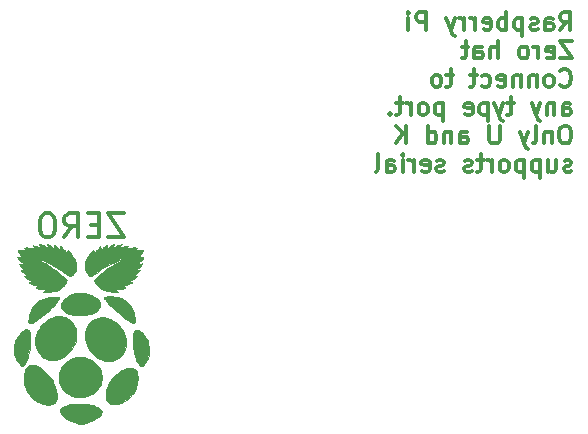
<source format=gbr>
G04 #@! TF.FileFunction,Legend,Bot*
%FSLAX46Y46*%
G04 Gerber Fmt 4.6, Leading zero omitted, Abs format (unit mm)*
G04 Created by KiCad (PCBNEW 4.0.1-stable) date 19-02-2017 19:17:03*
%MOMM*%
G01*
G04 APERTURE LIST*
%ADD10C,0.100000*%
%ADD11C,0.300000*%
%ADD12C,0.350000*%
%ADD13C,0.010000*%
G04 APERTURE END LIST*
D10*
D11*
X-23946286Y44883429D02*
X-23446286Y45597714D01*
X-23089143Y44883429D02*
X-23089143Y46383429D01*
X-23660571Y46383429D01*
X-23803429Y46312000D01*
X-23874857Y46240571D01*
X-23946286Y46097714D01*
X-23946286Y45883429D01*
X-23874857Y45740571D01*
X-23803429Y45669143D01*
X-23660571Y45597714D01*
X-23089143Y45597714D01*
X-25232000Y44883429D02*
X-25232000Y45669143D01*
X-25160571Y45812000D01*
X-25017714Y45883429D01*
X-24732000Y45883429D01*
X-24589143Y45812000D01*
X-25232000Y44954857D02*
X-25089143Y44883429D01*
X-24732000Y44883429D01*
X-24589143Y44954857D01*
X-24517714Y45097714D01*
X-24517714Y45240571D01*
X-24589143Y45383429D01*
X-24732000Y45454857D01*
X-25089143Y45454857D01*
X-25232000Y45526286D01*
X-25874857Y44954857D02*
X-26017714Y44883429D01*
X-26303429Y44883429D01*
X-26446286Y44954857D01*
X-26517714Y45097714D01*
X-26517714Y45169143D01*
X-26446286Y45312000D01*
X-26303429Y45383429D01*
X-26089143Y45383429D01*
X-25946286Y45454857D01*
X-25874857Y45597714D01*
X-25874857Y45669143D01*
X-25946286Y45812000D01*
X-26089143Y45883429D01*
X-26303429Y45883429D01*
X-26446286Y45812000D01*
X-27160572Y45883429D02*
X-27160572Y44383429D01*
X-27160572Y45812000D02*
X-27303429Y45883429D01*
X-27589143Y45883429D01*
X-27732000Y45812000D01*
X-27803429Y45740571D01*
X-27874858Y45597714D01*
X-27874858Y45169143D01*
X-27803429Y45026286D01*
X-27732000Y44954857D01*
X-27589143Y44883429D01*
X-27303429Y44883429D01*
X-27160572Y44954857D01*
X-28517715Y44883429D02*
X-28517715Y46383429D01*
X-28517715Y45812000D02*
X-28660572Y45883429D01*
X-28946286Y45883429D01*
X-29089143Y45812000D01*
X-29160572Y45740571D01*
X-29232001Y45597714D01*
X-29232001Y45169143D01*
X-29160572Y45026286D01*
X-29089143Y44954857D01*
X-28946286Y44883429D01*
X-28660572Y44883429D01*
X-28517715Y44954857D01*
X-30446286Y44954857D02*
X-30303429Y44883429D01*
X-30017715Y44883429D01*
X-29874858Y44954857D01*
X-29803429Y45097714D01*
X-29803429Y45669143D01*
X-29874858Y45812000D01*
X-30017715Y45883429D01*
X-30303429Y45883429D01*
X-30446286Y45812000D01*
X-30517715Y45669143D01*
X-30517715Y45526286D01*
X-29803429Y45383429D01*
X-31160572Y44883429D02*
X-31160572Y45883429D01*
X-31160572Y45597714D02*
X-31232000Y45740571D01*
X-31303429Y45812000D01*
X-31446286Y45883429D01*
X-31589143Y45883429D01*
X-32089143Y44883429D02*
X-32089143Y45883429D01*
X-32089143Y45597714D02*
X-32160571Y45740571D01*
X-32232000Y45812000D01*
X-32374857Y45883429D01*
X-32517714Y45883429D01*
X-32874857Y45883429D02*
X-33232000Y44883429D01*
X-33589142Y45883429D02*
X-33232000Y44883429D01*
X-33089142Y44526286D01*
X-33017714Y44454857D01*
X-32874857Y44383429D01*
X-35303428Y44883429D02*
X-35303428Y46383429D01*
X-35874856Y46383429D01*
X-36017714Y46312000D01*
X-36089142Y46240571D01*
X-36160571Y46097714D01*
X-36160571Y45883429D01*
X-36089142Y45740571D01*
X-36017714Y45669143D01*
X-35874856Y45597714D01*
X-35303428Y45597714D01*
X-36803428Y44883429D02*
X-36803428Y45883429D01*
X-36803428Y46383429D02*
X-36731999Y46312000D01*
X-36803428Y46240571D01*
X-36874856Y46312000D01*
X-36803428Y46383429D01*
X-36803428Y46240571D01*
X-22946286Y43983429D02*
X-23946286Y43983429D01*
X-22946286Y42483429D01*
X-23946286Y42483429D01*
X-25089142Y42554857D02*
X-24946285Y42483429D01*
X-24660571Y42483429D01*
X-24517714Y42554857D01*
X-24446285Y42697714D01*
X-24446285Y43269143D01*
X-24517714Y43412000D01*
X-24660571Y43483429D01*
X-24946285Y43483429D01*
X-25089142Y43412000D01*
X-25160571Y43269143D01*
X-25160571Y43126286D01*
X-24446285Y42983429D01*
X-25803428Y42483429D02*
X-25803428Y43483429D01*
X-25803428Y43197714D02*
X-25874856Y43340571D01*
X-25946285Y43412000D01*
X-26089142Y43483429D01*
X-26231999Y43483429D01*
X-26946285Y42483429D02*
X-26803427Y42554857D01*
X-26731999Y42626286D01*
X-26660570Y42769143D01*
X-26660570Y43197714D01*
X-26731999Y43340571D01*
X-26803427Y43412000D01*
X-26946285Y43483429D01*
X-27160570Y43483429D01*
X-27303427Y43412000D01*
X-27374856Y43340571D01*
X-27446285Y43197714D01*
X-27446285Y42769143D01*
X-27374856Y42626286D01*
X-27303427Y42554857D01*
X-27160570Y42483429D01*
X-26946285Y42483429D01*
X-29231999Y42483429D02*
X-29231999Y43983429D01*
X-29874856Y42483429D02*
X-29874856Y43269143D01*
X-29803427Y43412000D01*
X-29660570Y43483429D01*
X-29446285Y43483429D01*
X-29303427Y43412000D01*
X-29231999Y43340571D01*
X-31231999Y42483429D02*
X-31231999Y43269143D01*
X-31160570Y43412000D01*
X-31017713Y43483429D01*
X-30731999Y43483429D01*
X-30589142Y43412000D01*
X-31231999Y42554857D02*
X-31089142Y42483429D01*
X-30731999Y42483429D01*
X-30589142Y42554857D01*
X-30517713Y42697714D01*
X-30517713Y42840571D01*
X-30589142Y42983429D01*
X-30731999Y43054857D01*
X-31089142Y43054857D01*
X-31231999Y43126286D01*
X-31731999Y43483429D02*
X-32303428Y43483429D01*
X-31946285Y43983429D02*
X-31946285Y42697714D01*
X-32017713Y42554857D01*
X-32160571Y42483429D01*
X-32303428Y42483429D01*
X-23946286Y40226286D02*
X-23874857Y40154857D01*
X-23660571Y40083429D01*
X-23517714Y40083429D01*
X-23303429Y40154857D01*
X-23160571Y40297714D01*
X-23089143Y40440571D01*
X-23017714Y40726286D01*
X-23017714Y40940571D01*
X-23089143Y41226286D01*
X-23160571Y41369143D01*
X-23303429Y41512000D01*
X-23517714Y41583429D01*
X-23660571Y41583429D01*
X-23874857Y41512000D01*
X-23946286Y41440571D01*
X-24803429Y40083429D02*
X-24660571Y40154857D01*
X-24589143Y40226286D01*
X-24517714Y40369143D01*
X-24517714Y40797714D01*
X-24589143Y40940571D01*
X-24660571Y41012000D01*
X-24803429Y41083429D01*
X-25017714Y41083429D01*
X-25160571Y41012000D01*
X-25232000Y40940571D01*
X-25303429Y40797714D01*
X-25303429Y40369143D01*
X-25232000Y40226286D01*
X-25160571Y40154857D01*
X-25017714Y40083429D01*
X-24803429Y40083429D01*
X-25946286Y41083429D02*
X-25946286Y40083429D01*
X-25946286Y40940571D02*
X-26017714Y41012000D01*
X-26160572Y41083429D01*
X-26374857Y41083429D01*
X-26517714Y41012000D01*
X-26589143Y40869143D01*
X-26589143Y40083429D01*
X-27303429Y41083429D02*
X-27303429Y40083429D01*
X-27303429Y40940571D02*
X-27374857Y41012000D01*
X-27517715Y41083429D01*
X-27732000Y41083429D01*
X-27874857Y41012000D01*
X-27946286Y40869143D01*
X-27946286Y40083429D01*
X-29232000Y40154857D02*
X-29089143Y40083429D01*
X-28803429Y40083429D01*
X-28660572Y40154857D01*
X-28589143Y40297714D01*
X-28589143Y40869143D01*
X-28660572Y41012000D01*
X-28803429Y41083429D01*
X-29089143Y41083429D01*
X-29232000Y41012000D01*
X-29303429Y40869143D01*
X-29303429Y40726286D01*
X-28589143Y40583429D01*
X-30589143Y40154857D02*
X-30446286Y40083429D01*
X-30160572Y40083429D01*
X-30017714Y40154857D01*
X-29946286Y40226286D01*
X-29874857Y40369143D01*
X-29874857Y40797714D01*
X-29946286Y40940571D01*
X-30017714Y41012000D01*
X-30160572Y41083429D01*
X-30446286Y41083429D01*
X-30589143Y41012000D01*
X-31017714Y41083429D02*
X-31589143Y41083429D01*
X-31232000Y41583429D02*
X-31232000Y40297714D01*
X-31303428Y40154857D01*
X-31446286Y40083429D01*
X-31589143Y40083429D01*
X-33017714Y41083429D02*
X-33589143Y41083429D01*
X-33232000Y41583429D02*
X-33232000Y40297714D01*
X-33303428Y40154857D01*
X-33446286Y40083429D01*
X-33589143Y40083429D01*
X-34303429Y40083429D02*
X-34160571Y40154857D01*
X-34089143Y40226286D01*
X-34017714Y40369143D01*
X-34017714Y40797714D01*
X-34089143Y40940571D01*
X-34160571Y41012000D01*
X-34303429Y41083429D01*
X-34517714Y41083429D01*
X-34660571Y41012000D01*
X-34732000Y40940571D01*
X-34803429Y40797714D01*
X-34803429Y40369143D01*
X-34732000Y40226286D01*
X-34660571Y40154857D01*
X-34517714Y40083429D01*
X-34303429Y40083429D01*
X-23732000Y37683429D02*
X-23732000Y38469143D01*
X-23660571Y38612000D01*
X-23517714Y38683429D01*
X-23232000Y38683429D01*
X-23089143Y38612000D01*
X-23732000Y37754857D02*
X-23589143Y37683429D01*
X-23232000Y37683429D01*
X-23089143Y37754857D01*
X-23017714Y37897714D01*
X-23017714Y38040571D01*
X-23089143Y38183429D01*
X-23232000Y38254857D01*
X-23589143Y38254857D01*
X-23732000Y38326286D01*
X-24446286Y38683429D02*
X-24446286Y37683429D01*
X-24446286Y38540571D02*
X-24517714Y38612000D01*
X-24660572Y38683429D01*
X-24874857Y38683429D01*
X-25017714Y38612000D01*
X-25089143Y38469143D01*
X-25089143Y37683429D01*
X-25660572Y38683429D02*
X-26017715Y37683429D01*
X-26374857Y38683429D02*
X-26017715Y37683429D01*
X-25874857Y37326286D01*
X-25803429Y37254857D01*
X-25660572Y37183429D01*
X-27874857Y38683429D02*
X-28446286Y38683429D01*
X-28089143Y39183429D02*
X-28089143Y37897714D01*
X-28160571Y37754857D01*
X-28303429Y37683429D01*
X-28446286Y37683429D01*
X-28803429Y38683429D02*
X-29160572Y37683429D01*
X-29517714Y38683429D02*
X-29160572Y37683429D01*
X-29017714Y37326286D01*
X-28946286Y37254857D01*
X-28803429Y37183429D01*
X-30089143Y38683429D02*
X-30089143Y37183429D01*
X-30089143Y38612000D02*
X-30232000Y38683429D01*
X-30517714Y38683429D01*
X-30660571Y38612000D01*
X-30732000Y38540571D01*
X-30803429Y38397714D01*
X-30803429Y37969143D01*
X-30732000Y37826286D01*
X-30660571Y37754857D01*
X-30517714Y37683429D01*
X-30232000Y37683429D01*
X-30089143Y37754857D01*
X-32017714Y37754857D02*
X-31874857Y37683429D01*
X-31589143Y37683429D01*
X-31446286Y37754857D01*
X-31374857Y37897714D01*
X-31374857Y38469143D01*
X-31446286Y38612000D01*
X-31589143Y38683429D01*
X-31874857Y38683429D01*
X-32017714Y38612000D01*
X-32089143Y38469143D01*
X-32089143Y38326286D01*
X-31374857Y38183429D01*
X-33874857Y38683429D02*
X-33874857Y37183429D01*
X-33874857Y38612000D02*
X-34017714Y38683429D01*
X-34303428Y38683429D01*
X-34446285Y38612000D01*
X-34517714Y38540571D01*
X-34589143Y38397714D01*
X-34589143Y37969143D01*
X-34517714Y37826286D01*
X-34446285Y37754857D01*
X-34303428Y37683429D01*
X-34017714Y37683429D01*
X-33874857Y37754857D01*
X-35446286Y37683429D02*
X-35303428Y37754857D01*
X-35232000Y37826286D01*
X-35160571Y37969143D01*
X-35160571Y38397714D01*
X-35232000Y38540571D01*
X-35303428Y38612000D01*
X-35446286Y38683429D01*
X-35660571Y38683429D01*
X-35803428Y38612000D01*
X-35874857Y38540571D01*
X-35946286Y38397714D01*
X-35946286Y37969143D01*
X-35874857Y37826286D01*
X-35803428Y37754857D01*
X-35660571Y37683429D01*
X-35446286Y37683429D01*
X-36589143Y37683429D02*
X-36589143Y38683429D01*
X-36589143Y38397714D02*
X-36660571Y38540571D01*
X-36732000Y38612000D01*
X-36874857Y38683429D01*
X-37017714Y38683429D01*
X-37303428Y38683429D02*
X-37874857Y38683429D01*
X-37517714Y39183429D02*
X-37517714Y37897714D01*
X-37589142Y37754857D01*
X-37732000Y37683429D01*
X-37874857Y37683429D01*
X-38374857Y37826286D02*
X-38446285Y37754857D01*
X-38374857Y37683429D01*
X-38303428Y37754857D01*
X-38374857Y37826286D01*
X-38374857Y37683429D01*
X-23374857Y36783429D02*
X-23660571Y36783429D01*
X-23803429Y36712000D01*
X-23946286Y36569143D01*
X-24017714Y36283429D01*
X-24017714Y35783429D01*
X-23946286Y35497714D01*
X-23803429Y35354857D01*
X-23660571Y35283429D01*
X-23374857Y35283429D01*
X-23232000Y35354857D01*
X-23089143Y35497714D01*
X-23017714Y35783429D01*
X-23017714Y36283429D01*
X-23089143Y36569143D01*
X-23232000Y36712000D01*
X-23374857Y36783429D01*
X-24660572Y36283429D02*
X-24660572Y35283429D01*
X-24660572Y36140571D02*
X-24732000Y36212000D01*
X-24874858Y36283429D01*
X-25089143Y36283429D01*
X-25232000Y36212000D01*
X-25303429Y36069143D01*
X-25303429Y35283429D01*
X-26232001Y35283429D02*
X-26089143Y35354857D01*
X-26017715Y35497714D01*
X-26017715Y36783429D01*
X-26660572Y36283429D02*
X-27017715Y35283429D01*
X-27374857Y36283429D02*
X-27017715Y35283429D01*
X-26874857Y34926286D01*
X-26803429Y34854857D01*
X-26660572Y34783429D01*
X-29089143Y36783429D02*
X-29089143Y35569143D01*
X-29160571Y35426286D01*
X-29232000Y35354857D01*
X-29374857Y35283429D01*
X-29660571Y35283429D01*
X-29803429Y35354857D01*
X-29874857Y35426286D01*
X-29946286Y35569143D01*
X-29946286Y36783429D01*
X-32446286Y35283429D02*
X-32446286Y36069143D01*
X-32374857Y36212000D01*
X-32232000Y36283429D01*
X-31946286Y36283429D01*
X-31803429Y36212000D01*
X-32446286Y35354857D02*
X-32303429Y35283429D01*
X-31946286Y35283429D01*
X-31803429Y35354857D01*
X-31732000Y35497714D01*
X-31732000Y35640571D01*
X-31803429Y35783429D01*
X-31946286Y35854857D01*
X-32303429Y35854857D01*
X-32446286Y35926286D01*
X-33160572Y36283429D02*
X-33160572Y35283429D01*
X-33160572Y36140571D02*
X-33232000Y36212000D01*
X-33374858Y36283429D01*
X-33589143Y36283429D01*
X-33732000Y36212000D01*
X-33803429Y36069143D01*
X-33803429Y35283429D01*
X-35160572Y35283429D02*
X-35160572Y36783429D01*
X-35160572Y35354857D02*
X-35017715Y35283429D01*
X-34732001Y35283429D01*
X-34589143Y35354857D01*
X-34517715Y35426286D01*
X-34446286Y35569143D01*
X-34446286Y35997714D01*
X-34517715Y36140571D01*
X-34589143Y36212000D01*
X-34732001Y36283429D01*
X-35017715Y36283429D01*
X-35160572Y36212000D01*
X-37017715Y35283429D02*
X-37017715Y36783429D01*
X-37874858Y35283429D02*
X-37232001Y36140571D01*
X-37874858Y36783429D02*
X-37017715Y35926286D01*
X-23017714Y32954857D02*
X-23160571Y32883429D01*
X-23446286Y32883429D01*
X-23589143Y32954857D01*
X-23660571Y33097714D01*
X-23660571Y33169143D01*
X-23589143Y33312000D01*
X-23446286Y33383429D01*
X-23232000Y33383429D01*
X-23089143Y33454857D01*
X-23017714Y33597714D01*
X-23017714Y33669143D01*
X-23089143Y33812000D01*
X-23232000Y33883429D01*
X-23446286Y33883429D01*
X-23589143Y33812000D01*
X-24946286Y33883429D02*
X-24946286Y32883429D01*
X-24303429Y33883429D02*
X-24303429Y33097714D01*
X-24374857Y32954857D01*
X-24517715Y32883429D01*
X-24732000Y32883429D01*
X-24874857Y32954857D01*
X-24946286Y33026286D01*
X-25660572Y33883429D02*
X-25660572Y32383429D01*
X-25660572Y33812000D02*
X-25803429Y33883429D01*
X-26089143Y33883429D01*
X-26232000Y33812000D01*
X-26303429Y33740571D01*
X-26374858Y33597714D01*
X-26374858Y33169143D01*
X-26303429Y33026286D01*
X-26232000Y32954857D01*
X-26089143Y32883429D01*
X-25803429Y32883429D01*
X-25660572Y32954857D01*
X-27017715Y33883429D02*
X-27017715Y32383429D01*
X-27017715Y33812000D02*
X-27160572Y33883429D01*
X-27446286Y33883429D01*
X-27589143Y33812000D01*
X-27660572Y33740571D01*
X-27732001Y33597714D01*
X-27732001Y33169143D01*
X-27660572Y33026286D01*
X-27589143Y32954857D01*
X-27446286Y32883429D01*
X-27160572Y32883429D01*
X-27017715Y32954857D01*
X-28589144Y32883429D02*
X-28446286Y32954857D01*
X-28374858Y33026286D01*
X-28303429Y33169143D01*
X-28303429Y33597714D01*
X-28374858Y33740571D01*
X-28446286Y33812000D01*
X-28589144Y33883429D01*
X-28803429Y33883429D01*
X-28946286Y33812000D01*
X-29017715Y33740571D01*
X-29089144Y33597714D01*
X-29089144Y33169143D01*
X-29017715Y33026286D01*
X-28946286Y32954857D01*
X-28803429Y32883429D01*
X-28589144Y32883429D01*
X-29732001Y32883429D02*
X-29732001Y33883429D01*
X-29732001Y33597714D02*
X-29803429Y33740571D01*
X-29874858Y33812000D01*
X-30017715Y33883429D01*
X-30160572Y33883429D01*
X-30446286Y33883429D02*
X-31017715Y33883429D01*
X-30660572Y34383429D02*
X-30660572Y33097714D01*
X-30732000Y32954857D01*
X-30874858Y32883429D01*
X-31017715Y32883429D01*
X-31446286Y32954857D02*
X-31589143Y32883429D01*
X-31874858Y32883429D01*
X-32017715Y32954857D01*
X-32089143Y33097714D01*
X-32089143Y33169143D01*
X-32017715Y33312000D01*
X-31874858Y33383429D01*
X-31660572Y33383429D01*
X-31517715Y33454857D01*
X-31446286Y33597714D01*
X-31446286Y33669143D01*
X-31517715Y33812000D01*
X-31660572Y33883429D01*
X-31874858Y33883429D01*
X-32017715Y33812000D01*
X-33803429Y32954857D02*
X-33946286Y32883429D01*
X-34232001Y32883429D01*
X-34374858Y32954857D01*
X-34446286Y33097714D01*
X-34446286Y33169143D01*
X-34374858Y33312000D01*
X-34232001Y33383429D01*
X-34017715Y33383429D01*
X-33874858Y33454857D01*
X-33803429Y33597714D01*
X-33803429Y33669143D01*
X-33874858Y33812000D01*
X-34017715Y33883429D01*
X-34232001Y33883429D01*
X-34374858Y33812000D01*
X-35660572Y32954857D02*
X-35517715Y32883429D01*
X-35232001Y32883429D01*
X-35089144Y32954857D01*
X-35017715Y33097714D01*
X-35017715Y33669143D01*
X-35089144Y33812000D01*
X-35232001Y33883429D01*
X-35517715Y33883429D01*
X-35660572Y33812000D01*
X-35732001Y33669143D01*
X-35732001Y33526286D01*
X-35017715Y33383429D01*
X-36374858Y32883429D02*
X-36374858Y33883429D01*
X-36374858Y33597714D02*
X-36446286Y33740571D01*
X-36517715Y33812000D01*
X-36660572Y33883429D01*
X-36803429Y33883429D01*
X-37303429Y32883429D02*
X-37303429Y33883429D01*
X-37303429Y34383429D02*
X-37232000Y34312000D01*
X-37303429Y34240571D01*
X-37374857Y34312000D01*
X-37303429Y34383429D01*
X-37303429Y34240571D01*
X-38660572Y32883429D02*
X-38660572Y33669143D01*
X-38589143Y33812000D01*
X-38446286Y33883429D01*
X-38160572Y33883429D01*
X-38017715Y33812000D01*
X-38660572Y32954857D02*
X-38517715Y32883429D01*
X-38160572Y32883429D01*
X-38017715Y32954857D01*
X-37946286Y33097714D01*
X-37946286Y33240571D01*
X-38017715Y33383429D01*
X-38160572Y33454857D01*
X-38517715Y33454857D01*
X-38660572Y33526286D01*
X-39589144Y32883429D02*
X-39446286Y32954857D01*
X-39374858Y33097714D01*
X-39374858Y34383429D01*
D12*
X-60895952Y29354238D02*
X-62229286Y29354238D01*
X-60895952Y27354238D01*
X-62229286Y27354238D01*
X-62991190Y28401857D02*
X-63657857Y28401857D01*
X-63943571Y27354238D02*
X-62991190Y27354238D01*
X-62991190Y29354238D01*
X-63943571Y29354238D01*
X-65943572Y27354238D02*
X-65276905Y28306619D01*
X-64800714Y27354238D02*
X-64800714Y29354238D01*
X-65562619Y29354238D01*
X-65753095Y29259000D01*
X-65848334Y29163762D01*
X-65943572Y28973286D01*
X-65943572Y28687571D01*
X-65848334Y28497095D01*
X-65753095Y28401857D01*
X-65562619Y28306619D01*
X-64800714Y28306619D01*
X-67181667Y29354238D02*
X-67562619Y29354238D01*
X-67753095Y29259000D01*
X-67943572Y29068524D01*
X-68038810Y28687571D01*
X-68038810Y28020905D01*
X-67943572Y27639952D01*
X-67753095Y27449476D01*
X-67562619Y27354238D01*
X-67181667Y27354238D01*
X-66991191Y27449476D01*
X-66800714Y27639952D01*
X-66705476Y28020905D01*
X-66705476Y28687571D01*
X-66800714Y29068524D01*
X-66991191Y29259000D01*
X-67181667Y29354238D01*
D13*
G36*
X-64828676Y13249405D02*
X-64971895Y13244917D01*
X-65100792Y13237829D01*
X-65208900Y13228149D01*
X-65267119Y13220110D01*
X-65462840Y13181635D01*
X-65645321Y13134853D01*
X-65811833Y13080970D01*
X-65959649Y13021191D01*
X-66086040Y12956723D01*
X-66188277Y12888771D01*
X-66263633Y12818540D01*
X-66302156Y12762644D01*
X-66324644Y12691954D01*
X-66321594Y12614498D01*
X-66292366Y12528901D01*
X-66236320Y12433786D01*
X-66152817Y12327776D01*
X-66048111Y12216359D01*
X-65845554Y12035529D01*
X-65627375Y11881526D01*
X-65395260Y11755252D01*
X-65150893Y11657608D01*
X-64895960Y11589496D01*
X-64865291Y11583455D01*
X-64753898Y11568482D01*
X-64622449Y11560572D01*
X-64481818Y11559615D01*
X-64342878Y11565500D01*
X-64216502Y11578119D01*
X-64141937Y11590773D01*
X-63902679Y11656301D01*
X-63665790Y11750726D01*
X-63436620Y11871334D01*
X-63220519Y12015412D01*
X-63078312Y12130157D01*
X-62959918Y12240789D01*
X-62870531Y12341337D01*
X-62809659Y12433460D01*
X-62776812Y12518816D01*
X-62771496Y12599063D01*
X-62793220Y12675859D01*
X-62841493Y12750862D01*
X-62881403Y12794138D01*
X-62966088Y12862259D01*
X-63078649Y12929533D01*
X-63215218Y12994522D01*
X-63371924Y13055790D01*
X-63544901Y13111897D01*
X-63730279Y13161405D01*
X-63924189Y13202877D01*
X-64030812Y13221381D01*
X-64124135Y13232627D01*
X-64241943Y13241234D01*
X-64377769Y13247209D01*
X-64525145Y13250558D01*
X-64677603Y13251288D01*
X-64828676Y13249405D01*
X-64828676Y13249405D01*
G37*
X-64828676Y13249405D02*
X-64971895Y13244917D01*
X-65100792Y13237829D01*
X-65208900Y13228149D01*
X-65267119Y13220110D01*
X-65462840Y13181635D01*
X-65645321Y13134853D01*
X-65811833Y13080970D01*
X-65959649Y13021191D01*
X-66086040Y12956723D01*
X-66188277Y12888771D01*
X-66263633Y12818540D01*
X-66302156Y12762644D01*
X-66324644Y12691954D01*
X-66321594Y12614498D01*
X-66292366Y12528901D01*
X-66236320Y12433786D01*
X-66152817Y12327776D01*
X-66048111Y12216359D01*
X-65845554Y12035529D01*
X-65627375Y11881526D01*
X-65395260Y11755252D01*
X-65150893Y11657608D01*
X-64895960Y11589496D01*
X-64865291Y11583455D01*
X-64753898Y11568482D01*
X-64622449Y11560572D01*
X-64481818Y11559615D01*
X-64342878Y11565500D01*
X-64216502Y11578119D01*
X-64141937Y11590773D01*
X-63902679Y11656301D01*
X-63665790Y11750726D01*
X-63436620Y11871334D01*
X-63220519Y12015412D01*
X-63078312Y12130157D01*
X-62959918Y12240789D01*
X-62870531Y12341337D01*
X-62809659Y12433460D01*
X-62776812Y12518816D01*
X-62771496Y12599063D01*
X-62793220Y12675859D01*
X-62841493Y12750862D01*
X-62881403Y12794138D01*
X-62966088Y12862259D01*
X-63078649Y12929533D01*
X-63215218Y12994522D01*
X-63371924Y13055790D01*
X-63544901Y13111897D01*
X-63730279Y13161405D01*
X-63924189Y13202877D01*
X-64030812Y13221381D01*
X-64124135Y13232627D01*
X-64241943Y13241234D01*
X-64377769Y13247209D01*
X-64525145Y13250558D01*
X-64677603Y13251288D01*
X-64828676Y13249405D01*
G36*
X-68735134Y16550032D02*
X-68841514Y16527832D01*
X-68942990Y16486884D01*
X-69030978Y16431626D01*
X-69096892Y16366492D01*
X-69100917Y16361041D01*
X-69178459Y16230286D01*
X-69242644Y16075311D01*
X-69292961Y15900929D01*
X-69328898Y15711956D01*
X-69349945Y15513204D01*
X-69355590Y15309489D01*
X-69345324Y15105624D01*
X-69318636Y14906424D01*
X-69275277Y14717625D01*
X-69207237Y14528644D01*
X-69110098Y14335565D01*
X-68985704Y14141400D01*
X-68835899Y13949165D01*
X-68738329Y13839990D01*
X-68549366Y13659261D01*
X-68344844Y13502636D01*
X-68127929Y13372060D01*
X-67901788Y13269483D01*
X-67709019Y13206913D01*
X-67609206Y13186708D01*
X-67492177Y13173220D01*
X-67367575Y13166686D01*
X-67245042Y13167341D01*
X-67134219Y13175423D01*
X-67046652Y13190677D01*
X-66926482Y13227847D01*
X-66831651Y13272784D01*
X-66756075Y13328727D01*
X-66722333Y13363276D01*
X-66655573Y13462211D01*
X-66607874Y13583784D01*
X-66579020Y13725405D01*
X-66568797Y13884484D01*
X-66576989Y14058429D01*
X-66603382Y14244651D01*
X-66647760Y14440559D01*
X-66709909Y14643563D01*
X-66789612Y14851071D01*
X-66858500Y15003375D01*
X-66938918Y15160588D01*
X-67023395Y15304686D01*
X-67116022Y15441048D01*
X-67220887Y15575049D01*
X-67342081Y15712065D01*
X-67483693Y15857474D01*
X-67576965Y15947938D01*
X-67765532Y16117135D01*
X-67947789Y16259340D01*
X-68122891Y16374113D01*
X-68289989Y16461012D01*
X-68448237Y16519598D01*
X-68596788Y16549430D01*
X-68734795Y16550068D01*
X-68735134Y16550032D01*
X-68735134Y16550032D01*
G37*
X-68735134Y16550032D02*
X-68841514Y16527832D01*
X-68942990Y16486884D01*
X-69030978Y16431626D01*
X-69096892Y16366492D01*
X-69100917Y16361041D01*
X-69178459Y16230286D01*
X-69242644Y16075311D01*
X-69292961Y15900929D01*
X-69328898Y15711956D01*
X-69349945Y15513204D01*
X-69355590Y15309489D01*
X-69345324Y15105624D01*
X-69318636Y14906424D01*
X-69275277Y14717625D01*
X-69207237Y14528644D01*
X-69110098Y14335565D01*
X-68985704Y14141400D01*
X-68835899Y13949165D01*
X-68738329Y13839990D01*
X-68549366Y13659261D01*
X-68344844Y13502636D01*
X-68127929Y13372060D01*
X-67901788Y13269483D01*
X-67709019Y13206913D01*
X-67609206Y13186708D01*
X-67492177Y13173220D01*
X-67367575Y13166686D01*
X-67245042Y13167341D01*
X-67134219Y13175423D01*
X-67046652Y13190677D01*
X-66926482Y13227847D01*
X-66831651Y13272784D01*
X-66756075Y13328727D01*
X-66722333Y13363276D01*
X-66655573Y13462211D01*
X-66607874Y13583784D01*
X-66579020Y13725405D01*
X-66568797Y13884484D01*
X-66576989Y14058429D01*
X-66603382Y14244651D01*
X-66647760Y14440559D01*
X-66709909Y14643563D01*
X-66789612Y14851071D01*
X-66858500Y15003375D01*
X-66938918Y15160588D01*
X-67023395Y15304686D01*
X-67116022Y15441048D01*
X-67220887Y15575049D01*
X-67342081Y15712065D01*
X-67483693Y15857474D01*
X-67576965Y15947938D01*
X-67765532Y16117135D01*
X-67947789Y16259340D01*
X-68122891Y16374113D01*
X-68289989Y16461012D01*
X-68448237Y16519598D01*
X-68596788Y16549430D01*
X-68734795Y16550068D01*
X-68735134Y16550032D01*
G36*
X-60469159Y16284927D02*
X-60637087Y16255451D01*
X-60811597Y16199758D01*
X-60990339Y16118152D01*
X-61062187Y16078501D01*
X-61195690Y15993388D01*
X-61337090Y15889408D01*
X-61480734Y15771743D01*
X-61620971Y15645571D01*
X-61752151Y15516074D01*
X-61868622Y15388433D01*
X-61964733Y15267827D01*
X-61996930Y15221632D01*
X-62124638Y15007781D01*
X-62231948Y14783734D01*
X-62317160Y14554597D01*
X-62378575Y14325472D01*
X-62414493Y14101464D01*
X-62423679Y13939750D01*
X-62416186Y13768027D01*
X-62390332Y13621518D01*
X-62345561Y13499148D01*
X-62281312Y13399843D01*
X-62197029Y13322527D01*
X-62092151Y13266125D01*
X-62069336Y13257500D01*
X-61982474Y13235234D01*
X-61873707Y13220424D01*
X-61752046Y13213310D01*
X-61626505Y13214132D01*
X-61506098Y13223132D01*
X-61403500Y13239732D01*
X-61179401Y13305034D01*
X-60960478Y13400342D01*
X-60749098Y13524038D01*
X-60547629Y13674502D01*
X-60358440Y13850116D01*
X-60183900Y14049261D01*
X-60144384Y14100469D01*
X-60061181Y14226730D01*
X-59981370Y14377822D01*
X-59907789Y14546832D01*
X-59843276Y14726846D01*
X-59790671Y14910950D01*
X-59765389Y15023572D01*
X-59744758Y15156355D01*
X-59732578Y15299872D01*
X-59728851Y15445631D01*
X-59733582Y15585139D01*
X-59746773Y15709903D01*
X-59765062Y15799572D01*
X-59814356Y15946834D01*
X-59874339Y16064488D01*
X-59945249Y16152910D01*
X-60027324Y16212471D01*
X-60028340Y16212993D01*
X-60162438Y16264003D01*
X-60310160Y16287879D01*
X-60469159Y16284927D01*
X-60469159Y16284927D01*
G37*
X-60469159Y16284927D02*
X-60637087Y16255451D01*
X-60811597Y16199758D01*
X-60990339Y16118152D01*
X-61062187Y16078501D01*
X-61195690Y15993388D01*
X-61337090Y15889408D01*
X-61480734Y15771743D01*
X-61620971Y15645571D01*
X-61752151Y15516074D01*
X-61868622Y15388433D01*
X-61964733Y15267827D01*
X-61996930Y15221632D01*
X-62124638Y15007781D01*
X-62231948Y14783734D01*
X-62317160Y14554597D01*
X-62378575Y14325472D01*
X-62414493Y14101464D01*
X-62423679Y13939750D01*
X-62416186Y13768027D01*
X-62390332Y13621518D01*
X-62345561Y13499148D01*
X-62281312Y13399843D01*
X-62197029Y13322527D01*
X-62092151Y13266125D01*
X-62069336Y13257500D01*
X-61982474Y13235234D01*
X-61873707Y13220424D01*
X-61752046Y13213310D01*
X-61626505Y13214132D01*
X-61506098Y13223132D01*
X-61403500Y13239732D01*
X-61179401Y13305034D01*
X-60960478Y13400342D01*
X-60749098Y13524038D01*
X-60547629Y13674502D01*
X-60358440Y13850116D01*
X-60183900Y14049261D01*
X-60144384Y14100469D01*
X-60061181Y14226730D01*
X-59981370Y14377822D01*
X-59907789Y14546832D01*
X-59843276Y14726846D01*
X-59790671Y14910950D01*
X-59765389Y15023572D01*
X-59744758Y15156355D01*
X-59732578Y15299872D01*
X-59728851Y15445631D01*
X-59733582Y15585139D01*
X-59746773Y15709903D01*
X-59765062Y15799572D01*
X-59814356Y15946834D01*
X-59874339Y16064488D01*
X-59945249Y16152910D01*
X-60027324Y16212471D01*
X-60028340Y16212993D01*
X-60162438Y16264003D01*
X-60310160Y16287879D01*
X-60469159Y16284927D01*
G36*
X-64705736Y17184228D02*
X-64832613Y17176526D01*
X-64942018Y17163109D01*
X-64975375Y17156855D01*
X-65215837Y17091495D01*
X-65439382Y17001033D01*
X-65644550Y16886754D01*
X-65829883Y16749941D01*
X-65993920Y16591880D01*
X-66135202Y16413854D01*
X-66252270Y16217149D01*
X-66343664Y16003049D01*
X-66366948Y15932063D01*
X-66382541Y15879060D01*
X-66393909Y15833047D01*
X-66401714Y15787388D01*
X-66406620Y15735450D01*
X-66409289Y15670597D01*
X-66410385Y15586195D01*
X-66410575Y15495500D01*
X-66410284Y15389534D01*
X-66408974Y15308730D01*
X-66405992Y15246504D01*
X-66400685Y15196272D01*
X-66392398Y15151448D01*
X-66380478Y15105448D01*
X-66367575Y15062366D01*
X-66306988Y14890176D01*
X-66236685Y14738623D01*
X-66155119Y14602074D01*
X-66017393Y14423201D01*
X-65855347Y14262871D01*
X-65671582Y14122795D01*
X-65468699Y14004682D01*
X-65249298Y13910244D01*
X-65015980Y13841190D01*
X-64988672Y13835019D01*
X-64938515Y13826917D01*
X-64867566Y13819237D01*
X-64782878Y13812339D01*
X-64691499Y13806585D01*
X-64600483Y13802338D01*
X-64516878Y13799959D01*
X-64447737Y13799811D01*
X-64400110Y13802254D01*
X-64388000Y13804192D01*
X-64361397Y13809392D01*
X-64313221Y13817844D01*
X-64253260Y13827839D01*
X-64245125Y13829160D01*
X-64036651Y13877696D01*
X-63829033Y13954109D01*
X-63628633Y14055007D01*
X-63441813Y14176999D01*
X-63274936Y14316693D01*
X-63212558Y14379579D01*
X-63069028Y14555005D01*
X-62953347Y14742821D01*
X-62865471Y14940338D01*
X-62805354Y15144869D01*
X-62772950Y15353728D01*
X-62768213Y15564228D01*
X-62791099Y15773681D01*
X-62841560Y15979400D01*
X-62919553Y16178698D01*
X-63025030Y16368888D01*
X-63157946Y16547283D01*
X-63251073Y16647765D01*
X-63431000Y16805318D01*
X-63628469Y16936888D01*
X-63844142Y17042823D01*
X-64078681Y17123472D01*
X-64218269Y17157670D01*
X-64317651Y17172935D01*
X-64438515Y17182443D01*
X-64571123Y17186203D01*
X-64705736Y17184228D01*
X-64705736Y17184228D01*
G37*
X-64705736Y17184228D02*
X-64832613Y17176526D01*
X-64942018Y17163109D01*
X-64975375Y17156855D01*
X-65215837Y17091495D01*
X-65439382Y17001033D01*
X-65644550Y16886754D01*
X-65829883Y16749941D01*
X-65993920Y16591880D01*
X-66135202Y16413854D01*
X-66252270Y16217149D01*
X-66343664Y16003049D01*
X-66366948Y15932063D01*
X-66382541Y15879060D01*
X-66393909Y15833047D01*
X-66401714Y15787388D01*
X-66406620Y15735450D01*
X-66409289Y15670597D01*
X-66410385Y15586195D01*
X-66410575Y15495500D01*
X-66410284Y15389534D01*
X-66408974Y15308730D01*
X-66405992Y15246504D01*
X-66400685Y15196272D01*
X-66392398Y15151448D01*
X-66380478Y15105448D01*
X-66367575Y15062366D01*
X-66306988Y14890176D01*
X-66236685Y14738623D01*
X-66155119Y14602074D01*
X-66017393Y14423201D01*
X-65855347Y14262871D01*
X-65671582Y14122795D01*
X-65468699Y14004682D01*
X-65249298Y13910244D01*
X-65015980Y13841190D01*
X-64988672Y13835019D01*
X-64938515Y13826917D01*
X-64867566Y13819237D01*
X-64782878Y13812339D01*
X-64691499Y13806585D01*
X-64600483Y13802338D01*
X-64516878Y13799959D01*
X-64447737Y13799811D01*
X-64400110Y13802254D01*
X-64388000Y13804192D01*
X-64361397Y13809392D01*
X-64313221Y13817844D01*
X-64253260Y13827839D01*
X-64245125Y13829160D01*
X-64036651Y13877696D01*
X-63829033Y13954109D01*
X-63628633Y14055007D01*
X-63441813Y14176999D01*
X-63274936Y14316693D01*
X-63212558Y14379579D01*
X-63069028Y14555005D01*
X-62953347Y14742821D01*
X-62865471Y14940338D01*
X-62805354Y15144869D01*
X-62772950Y15353728D01*
X-62768213Y15564228D01*
X-62791099Y15773681D01*
X-62841560Y15979400D01*
X-62919553Y16178698D01*
X-63025030Y16368888D01*
X-63157946Y16547283D01*
X-63251073Y16647765D01*
X-63431000Y16805318D01*
X-63628469Y16936888D01*
X-63844142Y17042823D01*
X-64078681Y17123472D01*
X-64218269Y17157670D01*
X-64317651Y17172935D01*
X-64438515Y17182443D01*
X-64571123Y17186203D01*
X-64705736Y17184228D01*
G36*
X-59850932Y19517401D02*
X-59914259Y19489136D01*
X-59922443Y19483520D01*
X-59965979Y19438815D01*
X-60009607Y19369858D01*
X-60049680Y19283925D01*
X-60082550Y19188292D01*
X-60095212Y19138813D01*
X-60106674Y19068883D01*
X-60116124Y18973751D01*
X-60123402Y18859913D01*
X-60128350Y18733862D01*
X-60130809Y18602094D01*
X-60130619Y18471102D01*
X-60127622Y18347382D01*
X-60121658Y18237427D01*
X-60118273Y18197358D01*
X-60091476Y17965921D01*
X-60056499Y17741190D01*
X-60014201Y17525661D01*
X-59965435Y17321832D01*
X-59911059Y17132200D01*
X-59851929Y16959264D01*
X-59788899Y16805519D01*
X-59722828Y16673465D01*
X-59654569Y16565597D01*
X-59584980Y16484414D01*
X-59514916Y16432413D01*
X-59513010Y16431429D01*
X-59448104Y16405974D01*
X-59393150Y16405165D01*
X-59337162Y16429782D01*
X-59313926Y16445532D01*
X-59234464Y16515655D01*
X-59151653Y16611812D01*
X-59069170Y16729078D01*
X-58990691Y16862522D01*
X-58962752Y16916313D01*
X-58870723Y17133935D01*
X-58805441Y17363423D01*
X-58766925Y17600542D01*
X-58755193Y17841058D01*
X-58770265Y18080737D01*
X-58812160Y18315345D01*
X-58880897Y18540648D01*
X-58954647Y18710188D01*
X-59074720Y18915091D01*
X-59221907Y19103785D01*
X-59395683Y19275689D01*
X-59595528Y19430223D01*
X-59617562Y19445124D01*
X-59706426Y19495879D01*
X-59782936Y19519809D01*
X-59850932Y19517401D01*
X-59850932Y19517401D01*
G37*
X-59850932Y19517401D02*
X-59914259Y19489136D01*
X-59922443Y19483520D01*
X-59965979Y19438815D01*
X-60009607Y19369858D01*
X-60049680Y19283925D01*
X-60082550Y19188292D01*
X-60095212Y19138813D01*
X-60106674Y19068883D01*
X-60116124Y18973751D01*
X-60123402Y18859913D01*
X-60128350Y18733862D01*
X-60130809Y18602094D01*
X-60130619Y18471102D01*
X-60127622Y18347382D01*
X-60121658Y18237427D01*
X-60118273Y18197358D01*
X-60091476Y17965921D01*
X-60056499Y17741190D01*
X-60014201Y17525661D01*
X-59965435Y17321832D01*
X-59911059Y17132200D01*
X-59851929Y16959264D01*
X-59788899Y16805519D01*
X-59722828Y16673465D01*
X-59654569Y16565597D01*
X-59584980Y16484414D01*
X-59514916Y16432413D01*
X-59513010Y16431429D01*
X-59448104Y16405974D01*
X-59393150Y16405165D01*
X-59337162Y16429782D01*
X-59313926Y16445532D01*
X-59234464Y16515655D01*
X-59151653Y16611812D01*
X-59069170Y16729078D01*
X-58990691Y16862522D01*
X-58962752Y16916313D01*
X-58870723Y17133935D01*
X-58805441Y17363423D01*
X-58766925Y17600542D01*
X-58755193Y17841058D01*
X-58770265Y18080737D01*
X-58812160Y18315345D01*
X-58880897Y18540648D01*
X-58954647Y18710188D01*
X-59074720Y18915091D01*
X-59221907Y19103785D01*
X-59395683Y19275689D01*
X-59595528Y19430223D01*
X-59617562Y19445124D01*
X-59706426Y19495879D01*
X-59782936Y19519809D01*
X-59850932Y19517401D01*
G36*
X-69183275Y19565491D02*
X-69226579Y19548940D01*
X-69251368Y19537003D01*
X-69357813Y19474510D01*
X-69472579Y19390239D01*
X-69588838Y19290315D01*
X-69699765Y19180865D01*
X-69798533Y19068014D01*
X-69850365Y18999457D01*
X-69976359Y18795995D01*
X-70073196Y18583062D01*
X-70141623Y18358414D01*
X-70182390Y18119809D01*
X-70193842Y17969961D01*
X-70191314Y17724484D01*
X-70162585Y17486420D01*
X-70108675Y17258758D01*
X-70030600Y17044487D01*
X-69929379Y16846596D01*
X-69806029Y16668072D01*
X-69715317Y16564714D01*
X-69661740Y16510586D01*
X-69623082Y16476088D01*
X-69593283Y16457018D01*
X-69566285Y16449171D01*
X-69547253Y16448098D01*
X-69492970Y16455720D01*
X-69444187Y16472965D01*
X-69393908Y16504224D01*
X-69348946Y16545193D01*
X-69303196Y16602434D01*
X-69253239Y16678188D01*
X-69175691Y16821369D01*
X-69103412Y16991623D01*
X-69037310Y17184577D01*
X-68978297Y17395856D01*
X-68927283Y17621082D01*
X-68885177Y17855883D01*
X-68852890Y18095882D01*
X-68831332Y18336704D01*
X-68821414Y18573974D01*
X-68822238Y18749875D01*
X-68831776Y18945636D01*
X-68849470Y19111968D01*
X-68875807Y19250253D01*
X-68911274Y19361873D01*
X-68956356Y19448210D01*
X-69011541Y19510644D01*
X-69077316Y19550558D01*
X-69107935Y19560863D01*
X-69148133Y19568733D01*
X-69183275Y19565491D01*
X-69183275Y19565491D01*
G37*
X-69183275Y19565491D02*
X-69226579Y19548940D01*
X-69251368Y19537003D01*
X-69357813Y19474510D01*
X-69472579Y19390239D01*
X-69588838Y19290315D01*
X-69699765Y19180865D01*
X-69798533Y19068014D01*
X-69850365Y18999457D01*
X-69976359Y18795995D01*
X-70073196Y18583062D01*
X-70141623Y18358414D01*
X-70182390Y18119809D01*
X-70193842Y17969961D01*
X-70191314Y17724484D01*
X-70162585Y17486420D01*
X-70108675Y17258758D01*
X-70030600Y17044487D01*
X-69929379Y16846596D01*
X-69806029Y16668072D01*
X-69715317Y16564714D01*
X-69661740Y16510586D01*
X-69623082Y16476088D01*
X-69593283Y16457018D01*
X-69566285Y16449171D01*
X-69547253Y16448098D01*
X-69492970Y16455720D01*
X-69444187Y16472965D01*
X-69393908Y16504224D01*
X-69348946Y16545193D01*
X-69303196Y16602434D01*
X-69253239Y16678188D01*
X-69175691Y16821369D01*
X-69103412Y16991623D01*
X-69037310Y17184577D01*
X-68978297Y17395856D01*
X-68927283Y17621082D01*
X-68885177Y17855883D01*
X-68852890Y18095882D01*
X-68831332Y18336704D01*
X-68821414Y18573974D01*
X-68822238Y18749875D01*
X-68831776Y18945636D01*
X-68849470Y19111968D01*
X-68875807Y19250253D01*
X-68911274Y19361873D01*
X-68956356Y19448210D01*
X-69011541Y19510644D01*
X-69077316Y19550558D01*
X-69107935Y19560863D01*
X-69148133Y19568733D01*
X-69183275Y19565491D01*
G36*
X-62792264Y20555872D02*
X-62920106Y20547598D01*
X-63034878Y20532566D01*
X-63110062Y20516012D01*
X-63317766Y20442520D01*
X-63505939Y20344210D01*
X-63673838Y20221855D01*
X-63820718Y20076232D01*
X-63945838Y19908116D01*
X-64048454Y19718281D01*
X-64127822Y19507504D01*
X-64149151Y19432084D01*
X-64169840Y19328577D01*
X-64184856Y19204090D01*
X-64193700Y19068967D01*
X-64195874Y18933554D01*
X-64190879Y18808195D01*
X-64182883Y18732195D01*
X-64132597Y18482002D01*
X-64055322Y18242115D01*
X-63952963Y18014584D01*
X-63827422Y17801456D01*
X-63680603Y17604781D01*
X-63514409Y17426607D01*
X-63330743Y17268983D01*
X-63131510Y17133957D01*
X-62918611Y17023578D01*
X-62693952Y16939893D01*
X-62467877Y16886383D01*
X-62293638Y16866458D01*
X-62117069Y16864648D01*
X-61951522Y16881008D01*
X-61932797Y16884237D01*
X-61726884Y16936519D01*
X-61537553Y17014404D01*
X-61365689Y17115896D01*
X-61212177Y17238998D01*
X-61077901Y17381715D01*
X-60963747Y17542050D01*
X-60870601Y17718009D01*
X-60799346Y17907594D01*
X-60750869Y18108809D01*
X-60726054Y18319660D01*
X-60725786Y18538149D01*
X-60750950Y18762282D01*
X-60802432Y18990061D01*
X-60881116Y19219491D01*
X-60888870Y19238479D01*
X-60999289Y19467243D01*
X-61133774Y19680142D01*
X-61289901Y19875134D01*
X-61465246Y20050179D01*
X-61657386Y20203235D01*
X-61863896Y20332261D01*
X-62082353Y20435216D01*
X-62310332Y20510060D01*
X-62431011Y20537035D01*
X-62537648Y20550903D01*
X-62661422Y20557078D01*
X-62792264Y20555872D01*
X-62792264Y20555872D01*
G37*
X-62792264Y20555872D02*
X-62920106Y20547598D01*
X-63034878Y20532566D01*
X-63110062Y20516012D01*
X-63317766Y20442520D01*
X-63505939Y20344210D01*
X-63673838Y20221855D01*
X-63820718Y20076232D01*
X-63945838Y19908116D01*
X-64048454Y19718281D01*
X-64127822Y19507504D01*
X-64149151Y19432084D01*
X-64169840Y19328577D01*
X-64184856Y19204090D01*
X-64193700Y19068967D01*
X-64195874Y18933554D01*
X-64190879Y18808195D01*
X-64182883Y18732195D01*
X-64132597Y18482002D01*
X-64055322Y18242115D01*
X-63952963Y18014584D01*
X-63827422Y17801456D01*
X-63680603Y17604781D01*
X-63514409Y17426607D01*
X-63330743Y17268983D01*
X-63131510Y17133957D01*
X-62918611Y17023578D01*
X-62693952Y16939893D01*
X-62467877Y16886383D01*
X-62293638Y16866458D01*
X-62117069Y16864648D01*
X-61951522Y16881008D01*
X-61932797Y16884237D01*
X-61726884Y16936519D01*
X-61537553Y17014404D01*
X-61365689Y17115896D01*
X-61212177Y17238998D01*
X-61077901Y17381715D01*
X-60963747Y17542050D01*
X-60870601Y17718009D01*
X-60799346Y17907594D01*
X-60750869Y18108809D01*
X-60726054Y18319660D01*
X-60725786Y18538149D01*
X-60750950Y18762282D01*
X-60802432Y18990061D01*
X-60881116Y19219491D01*
X-60888870Y19238479D01*
X-60999289Y19467243D01*
X-61133774Y19680142D01*
X-61289901Y19875134D01*
X-61465246Y20050179D01*
X-61657386Y20203235D01*
X-61863896Y20332261D01*
X-62082353Y20435216D01*
X-62310332Y20510060D01*
X-62431011Y20537035D01*
X-62537648Y20550903D01*
X-62661422Y20557078D01*
X-62792264Y20555872D01*
G36*
X-66498297Y20643858D02*
X-66576941Y20641565D01*
X-66640391Y20636700D01*
X-66696917Y20628423D01*
X-66754792Y20615897D01*
X-66804960Y20602968D01*
X-67045501Y20522537D01*
X-67271518Y20414045D01*
X-67483605Y20277153D01*
X-67682360Y20111523D01*
X-67699636Y20095175D01*
X-67880111Y19902155D01*
X-68035224Y19693347D01*
X-68163891Y19471195D01*
X-68265025Y19238145D01*
X-68337540Y18996639D01*
X-68380350Y18749122D01*
X-68392572Y18535563D01*
X-68379855Y18302518D01*
X-68340658Y18082211D01*
X-68276249Y17876332D01*
X-68187897Y17686572D01*
X-68076869Y17514621D01*
X-67944433Y17362168D01*
X-67791859Y17230903D01*
X-67620412Y17122518D01*
X-67431363Y17038701D01*
X-67226325Y16981214D01*
X-67146290Y16969523D01*
X-67045412Y16961785D01*
X-66934372Y16958172D01*
X-66823849Y16958857D01*
X-66724525Y16964012D01*
X-66656845Y16972042D01*
X-66425587Y17026988D01*
X-66202803Y17110971D01*
X-65990647Y17221913D01*
X-65791274Y17357736D01*
X-65606838Y17516362D01*
X-65439495Y17695712D01*
X-65291399Y17893709D01*
X-65164705Y18108275D01*
X-65061568Y18337332D01*
X-64984143Y18578801D01*
X-64981978Y18587245D01*
X-64935076Y18830056D01*
X-64918260Y19069545D01*
X-64931354Y19303730D01*
X-64974184Y19530631D01*
X-65046573Y19748268D01*
X-65093893Y19853188D01*
X-65202065Y20039394D01*
X-65331356Y20201928D01*
X-65482034Y20341061D01*
X-65654365Y20457063D01*
X-65729437Y20497055D01*
X-65843036Y20550327D01*
X-65944278Y20589513D01*
X-66041991Y20616563D01*
X-66145005Y20633429D01*
X-66262151Y20642063D01*
X-66396187Y20644418D01*
X-66498297Y20643858D01*
X-66498297Y20643858D01*
G37*
X-66498297Y20643858D02*
X-66576941Y20641565D01*
X-66640391Y20636700D01*
X-66696917Y20628423D01*
X-66754792Y20615897D01*
X-66804960Y20602968D01*
X-67045501Y20522537D01*
X-67271518Y20414045D01*
X-67483605Y20277153D01*
X-67682360Y20111523D01*
X-67699636Y20095175D01*
X-67880111Y19902155D01*
X-68035224Y19693347D01*
X-68163891Y19471195D01*
X-68265025Y19238145D01*
X-68337540Y18996639D01*
X-68380350Y18749122D01*
X-68392572Y18535563D01*
X-68379855Y18302518D01*
X-68340658Y18082211D01*
X-68276249Y17876332D01*
X-68187897Y17686572D01*
X-68076869Y17514621D01*
X-67944433Y17362168D01*
X-67791859Y17230903D01*
X-67620412Y17122518D01*
X-67431363Y17038701D01*
X-67226325Y16981214D01*
X-67146290Y16969523D01*
X-67045412Y16961785D01*
X-66934372Y16958172D01*
X-66823849Y16958857D01*
X-66724525Y16964012D01*
X-66656845Y16972042D01*
X-66425587Y17026988D01*
X-66202803Y17110971D01*
X-65990647Y17221913D01*
X-65791274Y17357736D01*
X-65606838Y17516362D01*
X-65439495Y17695712D01*
X-65291399Y17893709D01*
X-65164705Y18108275D01*
X-65061568Y18337332D01*
X-64984143Y18578801D01*
X-64981978Y18587245D01*
X-64935076Y18830056D01*
X-64918260Y19069545D01*
X-64931354Y19303730D01*
X-64974184Y19530631D01*
X-65046573Y19748268D01*
X-65093893Y19853188D01*
X-65202065Y20039394D01*
X-65331356Y20201928D01*
X-65482034Y20341061D01*
X-65654365Y20457063D01*
X-65729437Y20497055D01*
X-65843036Y20550327D01*
X-65944278Y20589513D01*
X-66041991Y20616563D01*
X-66145005Y20633429D01*
X-66262151Y20642063D01*
X-66396187Y20644418D01*
X-66498297Y20643858D01*
G36*
X-66976654Y22288429D02*
X-67088747Y22284536D01*
X-67192922Y22277067D01*
X-67277250Y22266909D01*
X-67524873Y22214663D01*
X-67760435Y22135590D01*
X-67981172Y22031043D01*
X-68184322Y21902373D01*
X-68367121Y21750931D01*
X-68402450Y21716576D01*
X-68557559Y21539273D01*
X-68689753Y21341500D01*
X-68798083Y21125712D01*
X-68881602Y20894363D01*
X-68939360Y20649909D01*
X-68970409Y20394804D01*
X-68975830Y20232680D01*
X-68972064Y20143029D01*
X-68958485Y20081957D01*
X-68931772Y20046964D01*
X-68888603Y20035550D01*
X-68825656Y20045213D01*
X-68756207Y20067378D01*
X-68650114Y20112763D01*
X-68528320Y20177398D01*
X-68393224Y20259178D01*
X-68247222Y20355996D01*
X-68092713Y20465745D01*
X-67932092Y20586319D01*
X-67767759Y20715610D01*
X-67602109Y20851513D01*
X-67437542Y20991920D01*
X-67276453Y21134724D01*
X-67121240Y21277820D01*
X-66974302Y21419099D01*
X-66838034Y21556457D01*
X-66714835Y21687785D01*
X-66607102Y21810978D01*
X-66517232Y21923928D01*
X-66447623Y22024529D01*
X-66400671Y22110674D01*
X-66385537Y22150590D01*
X-66375715Y22196635D01*
X-66381542Y22225362D01*
X-66386134Y22231889D01*
X-66415041Y22247582D01*
X-66470683Y22261061D01*
X-66548110Y22272130D01*
X-66642371Y22280596D01*
X-66748515Y22286265D01*
X-66861593Y22288940D01*
X-66976654Y22288429D01*
X-66976654Y22288429D01*
G37*
X-66976654Y22288429D02*
X-67088747Y22284536D01*
X-67192922Y22277067D01*
X-67277250Y22266909D01*
X-67524873Y22214663D01*
X-67760435Y22135590D01*
X-67981172Y22031043D01*
X-68184322Y21902373D01*
X-68367121Y21750931D01*
X-68402450Y21716576D01*
X-68557559Y21539273D01*
X-68689753Y21341500D01*
X-68798083Y21125712D01*
X-68881602Y20894363D01*
X-68939360Y20649909D01*
X-68970409Y20394804D01*
X-68975830Y20232680D01*
X-68972064Y20143029D01*
X-68958485Y20081957D01*
X-68931772Y20046964D01*
X-68888603Y20035550D01*
X-68825656Y20045213D01*
X-68756207Y20067378D01*
X-68650114Y20112763D01*
X-68528320Y20177398D01*
X-68393224Y20259178D01*
X-68247222Y20355996D01*
X-68092713Y20465745D01*
X-67932092Y20586319D01*
X-67767759Y20715610D01*
X-67602109Y20851513D01*
X-67437542Y20991920D01*
X-67276453Y21134724D01*
X-67121240Y21277820D01*
X-66974302Y21419099D01*
X-66838034Y21556457D01*
X-66714835Y21687785D01*
X-66607102Y21810978D01*
X-66517232Y21923928D01*
X-66447623Y22024529D01*
X-66400671Y22110674D01*
X-66385537Y22150590D01*
X-66375715Y22196635D01*
X-66381542Y22225362D01*
X-66386134Y22231889D01*
X-66415041Y22247582D01*
X-66470683Y22261061D01*
X-66548110Y22272130D01*
X-66642371Y22280596D01*
X-66748515Y22286265D01*
X-66861593Y22288940D01*
X-66976654Y22288429D01*
G36*
X-62205136Y22331211D02*
X-62309116Y22325989D01*
X-62401593Y22318391D01*
X-62477417Y22308602D01*
X-62531438Y22296807D01*
X-62557489Y22284303D01*
X-62567269Y22254120D01*
X-62561236Y22205425D01*
X-62541227Y22146097D01*
X-62511799Y22088470D01*
X-62449238Y21995982D01*
X-62363758Y21887182D01*
X-62257915Y21764715D01*
X-62134263Y21631224D01*
X-61995354Y21489353D01*
X-61843743Y21341746D01*
X-61681984Y21191045D01*
X-61512630Y21039895D01*
X-61429016Y20967637D01*
X-61238438Y20808296D01*
X-61055420Y20662349D01*
X-60881471Y20530713D01*
X-60718099Y20414308D01*
X-60566814Y20314053D01*
X-60429125Y20230864D01*
X-60306542Y20165661D01*
X-60200574Y20119362D01*
X-60112730Y20092886D01*
X-60044519Y20087151D01*
X-60002531Y20099618D01*
X-59986360Y20126294D01*
X-59976422Y20179287D01*
X-59972345Y20253858D01*
X-59973752Y20345270D01*
X-59980270Y20448783D01*
X-59991526Y20559661D01*
X-60007143Y20673166D01*
X-60026749Y20784558D01*
X-60049969Y20889099D01*
X-60070841Y20964438D01*
X-60159070Y21199964D01*
X-60272038Y21416116D01*
X-60408662Y21611990D01*
X-60567858Y21786685D01*
X-60748540Y21939297D01*
X-60949624Y22068923D01*
X-61170027Y22174660D01*
X-61408664Y22255606D01*
X-61664451Y22310857D01*
X-61692984Y22315238D01*
X-61777212Y22324659D01*
X-61875692Y22330782D01*
X-61983273Y22333792D01*
X-62094805Y22333874D01*
X-62205136Y22331211D01*
X-62205136Y22331211D01*
G37*
X-62205136Y22331211D02*
X-62309116Y22325989D01*
X-62401593Y22318391D01*
X-62477417Y22308602D01*
X-62531438Y22296807D01*
X-62557489Y22284303D01*
X-62567269Y22254120D01*
X-62561236Y22205425D01*
X-62541227Y22146097D01*
X-62511799Y22088470D01*
X-62449238Y21995982D01*
X-62363758Y21887182D01*
X-62257915Y21764715D01*
X-62134263Y21631224D01*
X-61995354Y21489353D01*
X-61843743Y21341746D01*
X-61681984Y21191045D01*
X-61512630Y21039895D01*
X-61429016Y20967637D01*
X-61238438Y20808296D01*
X-61055420Y20662349D01*
X-60881471Y20530713D01*
X-60718099Y20414308D01*
X-60566814Y20314053D01*
X-60429125Y20230864D01*
X-60306542Y20165661D01*
X-60200574Y20119362D01*
X-60112730Y20092886D01*
X-60044519Y20087151D01*
X-60002531Y20099618D01*
X-59986360Y20126294D01*
X-59976422Y20179287D01*
X-59972345Y20253858D01*
X-59973752Y20345270D01*
X-59980270Y20448783D01*
X-59991526Y20559661D01*
X-60007143Y20673166D01*
X-60026749Y20784558D01*
X-60049969Y20889099D01*
X-60070841Y20964438D01*
X-60159070Y21199964D01*
X-60272038Y21416116D01*
X-60408662Y21611990D01*
X-60567858Y21786685D01*
X-60748540Y21939297D01*
X-60949624Y22068923D01*
X-61170027Y22174660D01*
X-61408664Y22255606D01*
X-61664451Y22310857D01*
X-61692984Y22315238D01*
X-61777212Y22324659D01*
X-61875692Y22330782D01*
X-61983273Y22333792D01*
X-62094805Y22333874D01*
X-62205136Y22331211D01*
G36*
X-64771559Y22644376D02*
X-64874007Y22630552D01*
X-65067835Y22586046D01*
X-65260813Y22521541D01*
X-65448114Y22439773D01*
X-65624911Y22343476D01*
X-65786377Y22235387D01*
X-65927683Y22118241D01*
X-66044003Y21994773D01*
X-66080648Y21946769D01*
X-66147686Y21841481D01*
X-66190837Y21744100D01*
X-66213250Y21645889D01*
X-66218355Y21564667D01*
X-66216139Y21494374D01*
X-66206126Y21438958D01*
X-66184497Y21381797D01*
X-66168683Y21348482D01*
X-66093619Y21230571D01*
X-65990087Y21121805D01*
X-65860448Y21023747D01*
X-65707066Y20937963D01*
X-65532305Y20866018D01*
X-65364312Y20815801D01*
X-65200977Y20781586D01*
X-65017128Y20754854D01*
X-64823296Y20736419D01*
X-64630009Y20727100D01*
X-64447796Y20727711D01*
X-64324500Y20735199D01*
X-64101226Y20764744D01*
X-63889715Y20810509D01*
X-63692299Y20871187D01*
X-63511308Y20945471D01*
X-63349073Y21032054D01*
X-63207927Y21129627D01*
X-63090201Y21236885D01*
X-62998225Y21352518D01*
X-62934332Y21475221D01*
X-62917709Y21524088D01*
X-62900540Y21630788D01*
X-62911883Y21737279D01*
X-62952373Y21845248D01*
X-63022647Y21956382D01*
X-63123341Y22072370D01*
X-63124925Y22073991D01*
X-63293338Y22224495D01*
X-63484666Y22356827D01*
X-63694224Y22468506D01*
X-63917325Y22557052D01*
X-64149284Y22619984D01*
X-64160994Y22622406D01*
X-64299229Y22642985D01*
X-64455303Y22653600D01*
X-64616865Y22654111D01*
X-64771559Y22644376D01*
X-64771559Y22644376D01*
G37*
X-64771559Y22644376D02*
X-64874007Y22630552D01*
X-65067835Y22586046D01*
X-65260813Y22521541D01*
X-65448114Y22439773D01*
X-65624911Y22343476D01*
X-65786377Y22235387D01*
X-65927683Y22118241D01*
X-66044003Y21994773D01*
X-66080648Y21946769D01*
X-66147686Y21841481D01*
X-66190837Y21744100D01*
X-66213250Y21645889D01*
X-66218355Y21564667D01*
X-66216139Y21494374D01*
X-66206126Y21438958D01*
X-66184497Y21381797D01*
X-66168683Y21348482D01*
X-66093619Y21230571D01*
X-65990087Y21121805D01*
X-65860448Y21023747D01*
X-65707066Y20937963D01*
X-65532305Y20866018D01*
X-65364312Y20815801D01*
X-65200977Y20781586D01*
X-65017128Y20754854D01*
X-64823296Y20736419D01*
X-64630009Y20727100D01*
X-64447796Y20727711D01*
X-64324500Y20735199D01*
X-64101226Y20764744D01*
X-63889715Y20810509D01*
X-63692299Y20871187D01*
X-63511308Y20945471D01*
X-63349073Y21032054D01*
X-63207927Y21129627D01*
X-63090201Y21236885D01*
X-62998225Y21352518D01*
X-62934332Y21475221D01*
X-62917709Y21524088D01*
X-62900540Y21630788D01*
X-62911883Y21737279D01*
X-62952373Y21845248D01*
X-63022647Y21956382D01*
X-63123341Y22072370D01*
X-63124925Y22073991D01*
X-63293338Y22224495D01*
X-63484666Y22356827D01*
X-63694224Y22468506D01*
X-63917325Y22557052D01*
X-64149284Y22619984D01*
X-64160994Y22622406D01*
X-64299229Y22642985D01*
X-64455303Y22653600D01*
X-64616865Y22654111D01*
X-64771559Y22644376D01*
G36*
X-61742352Y26773289D02*
X-61800894Y26747459D01*
X-61873386Y26708399D01*
X-61954379Y26659376D01*
X-62038423Y26603657D01*
X-62120066Y26544506D01*
X-62179935Y26496956D01*
X-62281683Y26412133D01*
X-62318183Y26457908D01*
X-62349658Y26507097D01*
X-62360141Y26555879D01*
X-62351580Y26616430D01*
X-62346557Y26635313D01*
X-62327639Y26702313D01*
X-62372060Y26679342D01*
X-62422857Y26647663D01*
X-62487965Y26599390D01*
X-62559781Y26540901D01*
X-62630699Y26478573D01*
X-62693113Y26418783D01*
X-62729933Y26379252D01*
X-62807018Y26289964D01*
X-62839478Y26322376D01*
X-62858937Y26350670D01*
X-62871493Y26393656D01*
X-62879354Y26459327D01*
X-62880113Y26469488D01*
X-62888289Y26584188D01*
X-63039699Y26433375D01*
X-63108646Y26363498D01*
X-63181180Y26287987D01*
X-63248198Y26216424D01*
X-63296107Y26163501D01*
X-63341281Y26114693D01*
X-63379286Y26078116D01*
X-63405171Y26058282D01*
X-63413312Y26056647D01*
X-63424055Y26077017D01*
X-63440542Y26118760D01*
X-63459229Y26172889D01*
X-63459450Y26173570D01*
X-63493380Y26278286D01*
X-63600103Y26161362D01*
X-63742631Y25990432D01*
X-63872208Y25805702D01*
X-63985641Y25613026D01*
X-64079734Y25418259D01*
X-64151295Y25227255D01*
X-64190563Y25079241D01*
X-64205231Y24980300D01*
X-64211972Y24868409D01*
X-64210821Y24755084D01*
X-64201814Y24651844D01*
X-64189040Y24584493D01*
X-64135202Y24439874D01*
X-64052624Y24308378D01*
X-63941711Y24190542D01*
X-63818431Y24096891D01*
X-63764275Y24062561D01*
X-63719640Y24036203D01*
X-63691494Y24021852D01*
X-63686303Y24020375D01*
X-63668906Y24029664D01*
X-63631721Y24055117D01*
X-63579795Y24093113D01*
X-63518172Y24140033D01*
X-63501809Y24152759D01*
X-63119246Y24433128D01*
X-62709407Y24697928D01*
X-62272174Y24947223D01*
X-61807432Y25181075D01*
X-61315061Y25399548D01*
X-60891248Y25567029D01*
X-60802888Y25599892D01*
X-60724635Y25628504D01*
X-60661380Y25651119D01*
X-60618014Y25665988D01*
X-60599426Y25671362D01*
X-60599406Y25671362D01*
X-60609114Y25664140D01*
X-60643313Y25643778D01*
X-60698555Y25612225D01*
X-60771396Y25571425D01*
X-60858387Y25523325D01*
X-60956083Y25469872D01*
X-60959000Y25468285D01*
X-61307142Y25274604D01*
X-61636202Y25083070D01*
X-61943817Y24895155D01*
X-62227630Y24712328D01*
X-62485281Y24536062D01*
X-62669078Y24402190D01*
X-62771112Y24323242D01*
X-62881002Y24234284D01*
X-62992997Y24140291D01*
X-63101347Y24046238D01*
X-63200300Y23957100D01*
X-63284108Y23877852D01*
X-63336708Y23824574D01*
X-63374174Y23783726D01*
X-63398445Y23750472D01*
X-63409423Y23718485D01*
X-63407014Y23681436D01*
X-63391120Y23632996D01*
X-63361646Y23566837D01*
X-63331846Y23504438D01*
X-63241088Y23346857D01*
X-63128898Y23209039D01*
X-62992840Y23088572D01*
X-62830482Y22983047D01*
X-62775387Y22953483D01*
X-62579949Y22867939D01*
X-62361283Y22799344D01*
X-62123523Y22748546D01*
X-61870802Y22716389D01*
X-61607255Y22703721D01*
X-61554312Y22703596D01*
X-61482803Y22704211D01*
X-61438728Y22705828D01*
X-61417770Y22709448D01*
X-61415611Y22716073D01*
X-61427935Y22726704D01*
X-61434594Y22731364D01*
X-61499238Y22779987D01*
X-61549438Y22825634D01*
X-61578512Y22862227D01*
X-61578684Y22862546D01*
X-61584678Y22881234D01*
X-61578132Y22896333D01*
X-61555666Y22908821D01*
X-61513898Y22919673D01*
X-61449447Y22929867D01*
X-61358931Y22940379D01*
X-61282786Y22948013D01*
X-61168923Y22959647D01*
X-61079767Y22970583D01*
X-61008338Y22982122D01*
X-60947656Y22995566D01*
X-60890740Y23012217D01*
X-60836289Y23031270D01*
X-60792290Y23051319D01*
X-60779669Y23067989D01*
X-60798350Y23082225D01*
X-60831436Y23091564D01*
X-60876303Y23108225D01*
X-60918998Y23134678D01*
X-60949689Y23163748D01*
X-60959000Y23184647D01*
X-60944703Y23196286D01*
X-60905394Y23214902D01*
X-60846444Y23238260D01*
X-60773223Y23264121D01*
X-60748656Y23272236D01*
X-60638378Y23310188D01*
X-60530739Y23351077D01*
X-60431641Y23392359D01*
X-60346984Y23431489D01*
X-60282666Y23465924D01*
X-60252562Y23486145D01*
X-60235381Y23501558D01*
X-60238235Y23509034D01*
X-60265743Y23511579D01*
X-60292250Y23511959D01*
X-60362885Y23517419D01*
X-60427547Y23530963D01*
X-60476627Y23550091D01*
X-60496179Y23564991D01*
X-60500593Y23582852D01*
X-60479922Y23602078D01*
X-60462179Y23612175D01*
X-60329798Y23682545D01*
X-60221874Y23741071D01*
X-60134437Y23790057D01*
X-60063521Y23831807D01*
X-60005158Y23868627D01*
X-59955380Y23902821D01*
X-59931094Y23920690D01*
X-59880322Y23960221D01*
X-59840993Y23993356D01*
X-59818844Y24015137D01*
X-59816000Y24020100D01*
X-59830615Y24026718D01*
X-59869440Y24032957D01*
X-59924941Y24037715D01*
X-59942291Y24038624D01*
X-60018639Y24043728D01*
X-60065957Y24052400D01*
X-60084563Y24067074D01*
X-60074779Y24090184D01*
X-60036922Y24124163D01*
X-59971313Y24171445D01*
X-59960682Y24178750D01*
X-59886236Y24233305D01*
X-59802204Y24300458D01*
X-59721087Y24369997D01*
X-59677534Y24410029D01*
X-59538187Y24542817D01*
X-59644596Y24543534D01*
X-59705994Y24546582D01*
X-59759782Y24553807D01*
X-59790679Y24562327D01*
X-59804345Y24569560D01*
X-59810493Y24578388D01*
X-59806581Y24592163D01*
X-59790068Y24614237D01*
X-59758412Y24647963D01*
X-59709072Y24696693D01*
X-59639507Y24763781D01*
X-59633800Y24769265D01*
X-59546574Y24855626D01*
X-59471297Y24935218D01*
X-59410592Y25004939D01*
X-59367080Y25061690D01*
X-59343385Y25102369D01*
X-59339749Y25116919D01*
X-59353284Y25119514D01*
X-59387828Y25113311D01*
X-59413710Y25106259D01*
X-59464871Y25092899D01*
X-59508187Y25085007D01*
X-59520866Y25084089D01*
X-59568880Y25089301D01*
X-59616877Y25102275D01*
X-59654847Y25119375D01*
X-59672781Y25136964D01*
X-59673124Y25139399D01*
X-59661728Y25157743D01*
X-59630619Y25191775D01*
X-59584424Y25236791D01*
X-59527766Y25288086D01*
X-59522122Y25293015D01*
X-59456449Y25353131D01*
X-59393178Y25416196D01*
X-59340040Y25474213D01*
X-59307934Y25514552D01*
X-59264720Y25576773D01*
X-59240994Y25616969D01*
X-59238502Y25639443D01*
X-59258987Y25648501D01*
X-59304195Y25648445D01*
X-59360669Y25644636D01*
X-59440614Y25639679D01*
X-59493273Y25639923D01*
X-59523001Y25647919D01*
X-59534152Y25666221D01*
X-59532863Y25679313D01*
X-60562125Y25679313D01*
X-60570062Y25671375D01*
X-60578000Y25679313D01*
X-60570062Y25687250D01*
X-60562125Y25679313D01*
X-59532863Y25679313D01*
X-59531082Y25697381D01*
X-59519919Y25737982D01*
X-59490348Y25819160D01*
X-59447298Y25914239D01*
X-59396506Y26011845D01*
X-59343710Y26100605D01*
X-59317227Y26139688D01*
X-59260212Y26219063D01*
X-59619193Y26230035D01*
X-59722784Y26233583D01*
X-59815485Y26237485D01*
X-59892672Y26241488D01*
X-59949723Y26245337D01*
X-59982014Y26248778D01*
X-59987460Y26250294D01*
X-59981401Y26264945D01*
X-59957183Y26295901D01*
X-59919475Y26337403D01*
X-59904045Y26353260D01*
X-59811344Y26446938D01*
X-59873203Y26460001D01*
X-59970530Y26471681D01*
X-60088610Y26471611D01*
X-60218958Y26460416D01*
X-60353087Y26438719D01*
X-60442782Y26418114D01*
X-60522430Y26397681D01*
X-60577020Y26385020D01*
X-60612122Y26379546D01*
X-60633308Y26380675D01*
X-60646150Y26387823D01*
X-60653126Y26396048D01*
X-60669557Y26424859D01*
X-60673250Y26438505D01*
X-60662797Y26469442D01*
X-60636373Y26511724D01*
X-60601380Y26555207D01*
X-60565221Y26589746D01*
X-60560091Y26593573D01*
X-60531224Y26617250D01*
X-60519687Y26633189D01*
X-60520292Y26634960D01*
X-60539765Y26636275D01*
X-60583905Y26630824D01*
X-60646668Y26619880D01*
X-60722006Y26604718D01*
X-60803873Y26586611D01*
X-60886222Y26566834D01*
X-60963007Y26546658D01*
X-61022500Y26529169D01*
X-61100011Y26505025D01*
X-61152670Y26490222D01*
X-61185835Y26484339D01*
X-61204865Y26486952D01*
X-61215120Y26497641D01*
X-61221184Y26513528D01*
X-61220332Y26552602D01*
X-61194714Y26601265D01*
X-61143030Y26661580D01*
X-61103641Y26699890D01*
X-61030437Y26767966D01*
X-61086000Y26757518D01*
X-61233727Y26721489D01*
X-61390895Y26668885D01*
X-61544281Y26604739D01*
X-61680661Y26534086D01*
X-61694558Y26525831D01*
X-61732588Y26503963D01*
X-61753754Y26498027D01*
X-61768218Y26507291D01*
X-61777902Y26519836D01*
X-61798823Y26572241D01*
X-61790004Y26632433D01*
X-61751261Y26701468D01*
X-61744917Y26709972D01*
X-61717519Y26748648D01*
X-61702917Y26775001D01*
X-61703211Y26782625D01*
X-61742352Y26773289D01*
X-61742352Y26773289D01*
G37*
X-61742352Y26773289D02*
X-61800894Y26747459D01*
X-61873386Y26708399D01*
X-61954379Y26659376D01*
X-62038423Y26603657D01*
X-62120066Y26544506D01*
X-62179935Y26496956D01*
X-62281683Y26412133D01*
X-62318183Y26457908D01*
X-62349658Y26507097D01*
X-62360141Y26555879D01*
X-62351580Y26616430D01*
X-62346557Y26635313D01*
X-62327639Y26702313D01*
X-62372060Y26679342D01*
X-62422857Y26647663D01*
X-62487965Y26599390D01*
X-62559781Y26540901D01*
X-62630699Y26478573D01*
X-62693113Y26418783D01*
X-62729933Y26379252D01*
X-62807018Y26289964D01*
X-62839478Y26322376D01*
X-62858937Y26350670D01*
X-62871493Y26393656D01*
X-62879354Y26459327D01*
X-62880113Y26469488D01*
X-62888289Y26584188D01*
X-63039699Y26433375D01*
X-63108646Y26363498D01*
X-63181180Y26287987D01*
X-63248198Y26216424D01*
X-63296107Y26163501D01*
X-63341281Y26114693D01*
X-63379286Y26078116D01*
X-63405171Y26058282D01*
X-63413312Y26056647D01*
X-63424055Y26077017D01*
X-63440542Y26118760D01*
X-63459229Y26172889D01*
X-63459450Y26173570D01*
X-63493380Y26278286D01*
X-63600103Y26161362D01*
X-63742631Y25990432D01*
X-63872208Y25805702D01*
X-63985641Y25613026D01*
X-64079734Y25418259D01*
X-64151295Y25227255D01*
X-64190563Y25079241D01*
X-64205231Y24980300D01*
X-64211972Y24868409D01*
X-64210821Y24755084D01*
X-64201814Y24651844D01*
X-64189040Y24584493D01*
X-64135202Y24439874D01*
X-64052624Y24308378D01*
X-63941711Y24190542D01*
X-63818431Y24096891D01*
X-63764275Y24062561D01*
X-63719640Y24036203D01*
X-63691494Y24021852D01*
X-63686303Y24020375D01*
X-63668906Y24029664D01*
X-63631721Y24055117D01*
X-63579795Y24093113D01*
X-63518172Y24140033D01*
X-63501809Y24152759D01*
X-63119246Y24433128D01*
X-62709407Y24697928D01*
X-62272174Y24947223D01*
X-61807432Y25181075D01*
X-61315061Y25399548D01*
X-60891248Y25567029D01*
X-60802888Y25599892D01*
X-60724635Y25628504D01*
X-60661380Y25651119D01*
X-60618014Y25665988D01*
X-60599426Y25671362D01*
X-60599406Y25671362D01*
X-60609114Y25664140D01*
X-60643313Y25643778D01*
X-60698555Y25612225D01*
X-60771396Y25571425D01*
X-60858387Y25523325D01*
X-60956083Y25469872D01*
X-60959000Y25468285D01*
X-61307142Y25274604D01*
X-61636202Y25083070D01*
X-61943817Y24895155D01*
X-62227630Y24712328D01*
X-62485281Y24536062D01*
X-62669078Y24402190D01*
X-62771112Y24323242D01*
X-62881002Y24234284D01*
X-62992997Y24140291D01*
X-63101347Y24046238D01*
X-63200300Y23957100D01*
X-63284108Y23877852D01*
X-63336708Y23824574D01*
X-63374174Y23783726D01*
X-63398445Y23750472D01*
X-63409423Y23718485D01*
X-63407014Y23681436D01*
X-63391120Y23632996D01*
X-63361646Y23566837D01*
X-63331846Y23504438D01*
X-63241088Y23346857D01*
X-63128898Y23209039D01*
X-62992840Y23088572D01*
X-62830482Y22983047D01*
X-62775387Y22953483D01*
X-62579949Y22867939D01*
X-62361283Y22799344D01*
X-62123523Y22748546D01*
X-61870802Y22716389D01*
X-61607255Y22703721D01*
X-61554312Y22703596D01*
X-61482803Y22704211D01*
X-61438728Y22705828D01*
X-61417770Y22709448D01*
X-61415611Y22716073D01*
X-61427935Y22726704D01*
X-61434594Y22731364D01*
X-61499238Y22779987D01*
X-61549438Y22825634D01*
X-61578512Y22862227D01*
X-61578684Y22862546D01*
X-61584678Y22881234D01*
X-61578132Y22896333D01*
X-61555666Y22908821D01*
X-61513898Y22919673D01*
X-61449447Y22929867D01*
X-61358931Y22940379D01*
X-61282786Y22948013D01*
X-61168923Y22959647D01*
X-61079767Y22970583D01*
X-61008338Y22982122D01*
X-60947656Y22995566D01*
X-60890740Y23012217D01*
X-60836289Y23031270D01*
X-60792290Y23051319D01*
X-60779669Y23067989D01*
X-60798350Y23082225D01*
X-60831436Y23091564D01*
X-60876303Y23108225D01*
X-60918998Y23134678D01*
X-60949689Y23163748D01*
X-60959000Y23184647D01*
X-60944703Y23196286D01*
X-60905394Y23214902D01*
X-60846444Y23238260D01*
X-60773223Y23264121D01*
X-60748656Y23272236D01*
X-60638378Y23310188D01*
X-60530739Y23351077D01*
X-60431641Y23392359D01*
X-60346984Y23431489D01*
X-60282666Y23465924D01*
X-60252562Y23486145D01*
X-60235381Y23501558D01*
X-60238235Y23509034D01*
X-60265743Y23511579D01*
X-60292250Y23511959D01*
X-60362885Y23517419D01*
X-60427547Y23530963D01*
X-60476627Y23550091D01*
X-60496179Y23564991D01*
X-60500593Y23582852D01*
X-60479922Y23602078D01*
X-60462179Y23612175D01*
X-60329798Y23682545D01*
X-60221874Y23741071D01*
X-60134437Y23790057D01*
X-60063521Y23831807D01*
X-60005158Y23868627D01*
X-59955380Y23902821D01*
X-59931094Y23920690D01*
X-59880322Y23960221D01*
X-59840993Y23993356D01*
X-59818844Y24015137D01*
X-59816000Y24020100D01*
X-59830615Y24026718D01*
X-59869440Y24032957D01*
X-59924941Y24037715D01*
X-59942291Y24038624D01*
X-60018639Y24043728D01*
X-60065957Y24052400D01*
X-60084563Y24067074D01*
X-60074779Y24090184D01*
X-60036922Y24124163D01*
X-59971313Y24171445D01*
X-59960682Y24178750D01*
X-59886236Y24233305D01*
X-59802204Y24300458D01*
X-59721087Y24369997D01*
X-59677534Y24410029D01*
X-59538187Y24542817D01*
X-59644596Y24543534D01*
X-59705994Y24546582D01*
X-59759782Y24553807D01*
X-59790679Y24562327D01*
X-59804345Y24569560D01*
X-59810493Y24578388D01*
X-59806581Y24592163D01*
X-59790068Y24614237D01*
X-59758412Y24647963D01*
X-59709072Y24696693D01*
X-59639507Y24763781D01*
X-59633800Y24769265D01*
X-59546574Y24855626D01*
X-59471297Y24935218D01*
X-59410592Y25004939D01*
X-59367080Y25061690D01*
X-59343385Y25102369D01*
X-59339749Y25116919D01*
X-59353284Y25119514D01*
X-59387828Y25113311D01*
X-59413710Y25106259D01*
X-59464871Y25092899D01*
X-59508187Y25085007D01*
X-59520866Y25084089D01*
X-59568880Y25089301D01*
X-59616877Y25102275D01*
X-59654847Y25119375D01*
X-59672781Y25136964D01*
X-59673124Y25139399D01*
X-59661728Y25157743D01*
X-59630619Y25191775D01*
X-59584424Y25236791D01*
X-59527766Y25288086D01*
X-59522122Y25293015D01*
X-59456449Y25353131D01*
X-59393178Y25416196D01*
X-59340040Y25474213D01*
X-59307934Y25514552D01*
X-59264720Y25576773D01*
X-59240994Y25616969D01*
X-59238502Y25639443D01*
X-59258987Y25648501D01*
X-59304195Y25648445D01*
X-59360669Y25644636D01*
X-59440614Y25639679D01*
X-59493273Y25639923D01*
X-59523001Y25647919D01*
X-59534152Y25666221D01*
X-59532863Y25679313D01*
X-60562125Y25679313D01*
X-60570062Y25671375D01*
X-60578000Y25679313D01*
X-60570062Y25687250D01*
X-60562125Y25679313D01*
X-59532863Y25679313D01*
X-59531082Y25697381D01*
X-59519919Y25737982D01*
X-59490348Y25819160D01*
X-59447298Y25914239D01*
X-59396506Y26011845D01*
X-59343710Y26100605D01*
X-59317227Y26139688D01*
X-59260212Y26219063D01*
X-59619193Y26230035D01*
X-59722784Y26233583D01*
X-59815485Y26237485D01*
X-59892672Y26241488D01*
X-59949723Y26245337D01*
X-59982014Y26248778D01*
X-59987460Y26250294D01*
X-59981401Y26264945D01*
X-59957183Y26295901D01*
X-59919475Y26337403D01*
X-59904045Y26353260D01*
X-59811344Y26446938D01*
X-59873203Y26460001D01*
X-59970530Y26471681D01*
X-60088610Y26471611D01*
X-60218958Y26460416D01*
X-60353087Y26438719D01*
X-60442782Y26418114D01*
X-60522430Y26397681D01*
X-60577020Y26385020D01*
X-60612122Y26379546D01*
X-60633308Y26380675D01*
X-60646150Y26387823D01*
X-60653126Y26396048D01*
X-60669557Y26424859D01*
X-60673250Y26438505D01*
X-60662797Y26469442D01*
X-60636373Y26511724D01*
X-60601380Y26555207D01*
X-60565221Y26589746D01*
X-60560091Y26593573D01*
X-60531224Y26617250D01*
X-60519687Y26633189D01*
X-60520292Y26634960D01*
X-60539765Y26636275D01*
X-60583905Y26630824D01*
X-60646668Y26619880D01*
X-60722006Y26604718D01*
X-60803873Y26586611D01*
X-60886222Y26566834D01*
X-60963007Y26546658D01*
X-61022500Y26529169D01*
X-61100011Y26505025D01*
X-61152670Y26490222D01*
X-61185835Y26484339D01*
X-61204865Y26486952D01*
X-61215120Y26497641D01*
X-61221184Y26513528D01*
X-61220332Y26552602D01*
X-61194714Y26601265D01*
X-61143030Y26661580D01*
X-61103641Y26699890D01*
X-61030437Y26767966D01*
X-61086000Y26757518D01*
X-61233727Y26721489D01*
X-61390895Y26668885D01*
X-61544281Y26604739D01*
X-61680661Y26534086D01*
X-61694558Y26525831D01*
X-61732588Y26503963D01*
X-61753754Y26498027D01*
X-61768218Y26507291D01*
X-61777902Y26519836D01*
X-61798823Y26572241D01*
X-61790004Y26632433D01*
X-61751261Y26701468D01*
X-61744917Y26709972D01*
X-61717519Y26748648D01*
X-61702917Y26775001D01*
X-61703211Y26782625D01*
X-61742352Y26773289D01*
G36*
X-67445373Y26778544D02*
X-67441230Y26762796D01*
X-67421294Y26733207D01*
X-67413286Y26723327D01*
X-67366504Y26653688D01*
X-67349792Y26591962D01*
X-67356038Y26553980D01*
X-67372362Y26521544D01*
X-67385088Y26506844D01*
X-67403978Y26510234D01*
X-67445149Y26525948D01*
X-67502782Y26551532D01*
X-67571058Y26584530D01*
X-67580536Y26589299D01*
X-67706693Y26648125D01*
X-67832409Y26695555D01*
X-67970093Y26735940D01*
X-68062650Y26758382D01*
X-68084279Y26762216D01*
X-68091428Y26758232D01*
X-68082051Y26742470D01*
X-68054102Y26710971D01*
X-68018993Y26673874D01*
X-67964276Y26609173D01*
X-67933162Y26555454D01*
X-67926460Y26514925D01*
X-67944982Y26489798D01*
X-67950583Y26487261D01*
X-67974569Y26488203D01*
X-68020887Y26497731D01*
X-68081855Y26514086D01*
X-68123151Y26526727D01*
X-68189353Y26546405D01*
X-68268842Y26567713D01*
X-68354340Y26588968D01*
X-68438568Y26608483D01*
X-68514247Y26624575D01*
X-68574097Y26635558D01*
X-68610839Y26639747D01*
X-68611447Y26639751D01*
X-68611426Y26629425D01*
X-68592990Y26602258D01*
X-68560069Y26563967D01*
X-68557359Y26561056D01*
X-68508138Y26500090D01*
X-68485866Y26449560D01*
X-68489199Y26405499D01*
X-68498428Y26387144D01*
X-68509560Y26377822D01*
X-68530717Y26375838D01*
X-68567774Y26381874D01*
X-68626607Y26396614D01*
X-68660903Y26406032D01*
X-68825482Y26445846D01*
X-68974824Y26469775D01*
X-69104500Y26477225D01*
X-69166375Y26474027D01*
X-69246058Y26465713D01*
X-69296532Y26457561D01*
X-69320101Y26445883D01*
X-69319074Y26426992D01*
X-69295754Y26397199D01*
X-69252449Y26352816D01*
X-69246139Y26346456D01*
X-69148389Y26247830D01*
X-69318601Y26237415D01*
X-69408457Y26233036D01*
X-69514469Y26229564D01*
X-69621048Y26227444D01*
X-69684782Y26227001D01*
X-69759451Y26226332D01*
X-69821017Y26224509D01*
X-69863431Y26221802D01*
X-69880642Y26218484D01*
X-69880750Y26218192D01*
X-69872482Y26201594D01*
X-69850778Y26166427D01*
X-69820289Y26120215D01*
X-69819447Y26118973D01*
X-69728808Y25968473D01*
X-69657876Y25815501D01*
X-69640527Y25768466D01*
X-69620714Y25709711D01*
X-69612401Y25671446D01*
X-69619689Y25649713D01*
X-69646684Y25640552D01*
X-69697489Y25640007D01*
X-69769804Y25643766D01*
X-69928733Y25652524D01*
X-69893521Y25586543D01*
X-69870414Y25553466D01*
X-69828838Y25503850D01*
X-69773470Y25442891D01*
X-69708987Y25375785D01*
X-69659693Y25326730D01*
X-69461077Y25132898D01*
X-69524070Y25106219D01*
X-69565216Y25091841D01*
X-69605136Y25087223D01*
X-69656691Y25091636D01*
X-69689756Y25096816D01*
X-69743079Y25104671D01*
X-69782576Y25108398D01*
X-69799235Y25107307D01*
X-69797230Y25087722D01*
X-69773936Y25049570D01*
X-69731623Y24995573D01*
X-69672558Y24928450D01*
X-69599012Y24850922D01*
X-69518902Y24771184D01*
X-69319298Y24577430D01*
X-69362932Y24560840D01*
X-69401925Y24552057D01*
X-69459020Y24546043D01*
X-69510664Y24544251D01*
X-69565657Y24543561D01*
X-69594314Y24540332D01*
X-69602040Y24532822D01*
X-69594239Y24519292D01*
X-69592975Y24517737D01*
X-69559352Y24482628D01*
X-69506193Y24433791D01*
X-69439569Y24376267D01*
X-69365552Y24315097D01*
X-69290213Y24255320D01*
X-69219625Y24201979D01*
X-69171915Y24168181D01*
X-69036519Y24076210D01*
X-69081603Y24056946D01*
X-69120770Y24046902D01*
X-69178558Y24039675D01*
X-69236813Y24036967D01*
X-69346940Y24036250D01*
X-69300313Y23987501D01*
X-69239537Y23934302D01*
X-69149910Y23871323D01*
X-69032552Y23799277D01*
X-68888578Y23718876D01*
X-68829812Y23687690D01*
X-68619570Y23577482D01*
X-68690566Y23545277D01*
X-68756967Y23523785D01*
X-68828572Y23513072D01*
X-68840370Y23512724D01*
X-68885779Y23511425D01*
X-68904656Y23506605D01*
X-68902189Y23496080D01*
X-68895933Y23489329D01*
X-68852657Y23457478D01*
X-68782894Y23419891D01*
X-68690970Y23378484D01*
X-68581209Y23335174D01*
X-68457940Y23291878D01*
X-68428187Y23282141D01*
X-68346417Y23255502D01*
X-68275735Y23232024D01*
X-68221474Y23213514D01*
X-68188964Y23201778D01*
X-68182135Y23198755D01*
X-68185573Y23184502D01*
X-68208686Y23160618D01*
X-68243545Y23133151D01*
X-68282216Y23108150D01*
X-68316768Y23091665D01*
X-68325894Y23089128D01*
X-68358859Y23078800D01*
X-68372624Y23067064D01*
X-68372625Y23067032D01*
X-68357717Y23050412D01*
X-68316474Y23031686D01*
X-68254118Y23012255D01*
X-68175870Y22993517D01*
X-68086950Y22976874D01*
X-67992580Y22963725D01*
X-67983687Y22962727D01*
X-67839988Y22946407D01*
X-67727251Y22932396D01*
X-67644780Y22920593D01*
X-67591878Y22910898D01*
X-67567850Y22903209D01*
X-67566884Y22902427D01*
X-67563845Y22879285D01*
X-67582458Y22845102D01*
X-67617821Y22806240D01*
X-67665034Y22769065D01*
X-67674066Y22763258D01*
X-67716432Y22736059D01*
X-67745249Y22715906D01*
X-67753500Y22708315D01*
X-67738783Y22706299D01*
X-67699240Y22705143D01*
X-67641781Y22704771D01*
X-67573315Y22705109D01*
X-67500753Y22706081D01*
X-67431004Y22707612D01*
X-67370979Y22709627D01*
X-67327587Y22712052D01*
X-67316937Y22713060D01*
X-67280155Y22717325D01*
X-67221851Y22724060D01*
X-67152045Y22732108D01*
X-67118500Y22735971D01*
X-66895814Y22772477D01*
X-66683383Y22828714D01*
X-66484981Y22902999D01*
X-66304382Y22993647D01*
X-66145358Y23098975D01*
X-66011685Y23217298D01*
X-65991421Y23238950D01*
X-65936164Y23307582D01*
X-65880427Y23390263D01*
X-65828665Y23478945D01*
X-65785331Y23565574D01*
X-65754880Y23642101D01*
X-65743242Y23687587D01*
X-65740866Y23708784D01*
X-65743232Y23728064D01*
X-65753386Y23749419D01*
X-65774372Y23776840D01*
X-65809237Y23814321D01*
X-65861024Y23865853D01*
X-65930938Y23933650D01*
X-66094638Y24085830D01*
X-66266180Y24233126D01*
X-66449958Y24378902D01*
X-66650367Y24526523D01*
X-66871804Y24679354D01*
X-67100669Y24829246D01*
X-67256073Y24927064D01*
X-67426985Y25031497D01*
X-67607373Y25139064D01*
X-67791206Y25246284D01*
X-67972450Y25349675D01*
X-68145076Y25445755D01*
X-68303051Y25531043D01*
X-68434445Y25599092D01*
X-68486949Y25626624D01*
X-68525390Y25648890D01*
X-68543551Y25662205D01*
X-68544026Y25664015D01*
X-68527047Y25661360D01*
X-68485013Y25648525D01*
X-68422337Y25627144D01*
X-68343433Y25598851D01*
X-68252717Y25565282D01*
X-68154602Y25528070D01*
X-68053502Y25488849D01*
X-67953832Y25449254D01*
X-67860007Y25410919D01*
X-67856687Y25409539D01*
X-67390433Y25203665D01*
X-66947003Y24983715D01*
X-66528021Y24750618D01*
X-66135109Y24505306D01*
X-65769892Y24248711D01*
X-65587698Y24108129D01*
X-65537569Y24068991D01*
X-65496915Y24038846D01*
X-65471948Y24022231D01*
X-65467545Y24020375D01*
X-65442510Y24029587D01*
X-65399750Y24054048D01*
X-65346190Y24089000D01*
X-65288754Y24129681D01*
X-65234370Y24171331D01*
X-65189961Y24209191D01*
X-65182383Y24216377D01*
X-65087611Y24322227D01*
X-65017601Y24433734D01*
X-64972189Y24541824D01*
X-64955081Y24597374D01*
X-64944277Y24651027D01*
X-64938560Y24712695D01*
X-64936709Y24792292D01*
X-64936771Y24830000D01*
X-64950185Y25012893D01*
X-64988875Y25197427D01*
X-65053754Y25386123D01*
X-65145739Y25581504D01*
X-65203111Y25679313D01*
X-68563125Y25679313D01*
X-68571062Y25671375D01*
X-68579000Y25679313D01*
X-68571062Y25687250D01*
X-68563125Y25679313D01*
X-65203111Y25679313D01*
X-65265744Y25786089D01*
X-65306179Y25847893D01*
X-65355832Y25919346D01*
X-65410799Y25993825D01*
X-65467483Y26066971D01*
X-65522287Y26134425D01*
X-65571612Y26191828D01*
X-65611861Y26234821D01*
X-65639437Y26259044D01*
X-65648551Y26262731D01*
X-65660294Y26247521D01*
X-65677528Y26210136D01*
X-65695962Y26160267D01*
X-65715443Y26109575D01*
X-65734047Y26073608D01*
X-65747445Y26060313D01*
X-65763900Y26071683D01*
X-65796630Y26102885D01*
X-65841352Y26149555D01*
X-65893782Y26207331D01*
X-65911093Y26227000D01*
X-65970209Y26292982D01*
X-66033202Y26360459D01*
X-66095917Y26425298D01*
X-66154204Y26483368D01*
X-66203909Y26530537D01*
X-66240880Y26562672D01*
X-66260965Y26575643D01*
X-66261554Y26575723D01*
X-66265731Y26561535D01*
X-66268590Y26523934D01*
X-66269492Y26474383D01*
X-66271413Y26413514D01*
X-66279398Y26373727D01*
X-66296106Y26344535D01*
X-66304999Y26334355D01*
X-66340811Y26296193D01*
X-66495499Y26448693D01*
X-66561435Y26511172D01*
X-66626382Y26568245D01*
X-66686765Y26617318D01*
X-66739008Y26655795D01*
X-66779538Y26681081D01*
X-66804779Y26690582D01*
X-66811157Y26681702D01*
X-66809523Y26676645D01*
X-66788505Y26591859D01*
X-66797152Y26516606D01*
X-66818760Y26473225D01*
X-66843772Y26439002D01*
X-66861398Y26419402D01*
X-66864612Y26417609D01*
X-66879875Y26426973D01*
X-66912531Y26451733D01*
X-66955786Y26486718D01*
X-66959862Y26490104D01*
X-67022307Y26539947D01*
X-67092692Y26593000D01*
X-67139492Y26626413D01*
X-67192753Y26660539D01*
X-67253609Y26695570D01*
X-67315516Y26728251D01*
X-67371933Y26755328D01*
X-67416317Y26773549D01*
X-67442126Y26779658D01*
X-67445373Y26778544D01*
X-67445373Y26778544D01*
G37*
X-67445373Y26778544D02*
X-67441230Y26762796D01*
X-67421294Y26733207D01*
X-67413286Y26723327D01*
X-67366504Y26653688D01*
X-67349792Y26591962D01*
X-67356038Y26553980D01*
X-67372362Y26521544D01*
X-67385088Y26506844D01*
X-67403978Y26510234D01*
X-67445149Y26525948D01*
X-67502782Y26551532D01*
X-67571058Y26584530D01*
X-67580536Y26589299D01*
X-67706693Y26648125D01*
X-67832409Y26695555D01*
X-67970093Y26735940D01*
X-68062650Y26758382D01*
X-68084279Y26762216D01*
X-68091428Y26758232D01*
X-68082051Y26742470D01*
X-68054102Y26710971D01*
X-68018993Y26673874D01*
X-67964276Y26609173D01*
X-67933162Y26555454D01*
X-67926460Y26514925D01*
X-67944982Y26489798D01*
X-67950583Y26487261D01*
X-67974569Y26488203D01*
X-68020887Y26497731D01*
X-68081855Y26514086D01*
X-68123151Y26526727D01*
X-68189353Y26546405D01*
X-68268842Y26567713D01*
X-68354340Y26588968D01*
X-68438568Y26608483D01*
X-68514247Y26624575D01*
X-68574097Y26635558D01*
X-68610839Y26639747D01*
X-68611447Y26639751D01*
X-68611426Y26629425D01*
X-68592990Y26602258D01*
X-68560069Y26563967D01*
X-68557359Y26561056D01*
X-68508138Y26500090D01*
X-68485866Y26449560D01*
X-68489199Y26405499D01*
X-68498428Y26387144D01*
X-68509560Y26377822D01*
X-68530717Y26375838D01*
X-68567774Y26381874D01*
X-68626607Y26396614D01*
X-68660903Y26406032D01*
X-68825482Y26445846D01*
X-68974824Y26469775D01*
X-69104500Y26477225D01*
X-69166375Y26474027D01*
X-69246058Y26465713D01*
X-69296532Y26457561D01*
X-69320101Y26445883D01*
X-69319074Y26426992D01*
X-69295754Y26397199D01*
X-69252449Y26352816D01*
X-69246139Y26346456D01*
X-69148389Y26247830D01*
X-69318601Y26237415D01*
X-69408457Y26233036D01*
X-69514469Y26229564D01*
X-69621048Y26227444D01*
X-69684782Y26227001D01*
X-69759451Y26226332D01*
X-69821017Y26224509D01*
X-69863431Y26221802D01*
X-69880642Y26218484D01*
X-69880750Y26218192D01*
X-69872482Y26201594D01*
X-69850778Y26166427D01*
X-69820289Y26120215D01*
X-69819447Y26118973D01*
X-69728808Y25968473D01*
X-69657876Y25815501D01*
X-69640527Y25768466D01*
X-69620714Y25709711D01*
X-69612401Y25671446D01*
X-69619689Y25649713D01*
X-69646684Y25640552D01*
X-69697489Y25640007D01*
X-69769804Y25643766D01*
X-69928733Y25652524D01*
X-69893521Y25586543D01*
X-69870414Y25553466D01*
X-69828838Y25503850D01*
X-69773470Y25442891D01*
X-69708987Y25375785D01*
X-69659693Y25326730D01*
X-69461077Y25132898D01*
X-69524070Y25106219D01*
X-69565216Y25091841D01*
X-69605136Y25087223D01*
X-69656691Y25091636D01*
X-69689756Y25096816D01*
X-69743079Y25104671D01*
X-69782576Y25108398D01*
X-69799235Y25107307D01*
X-69797230Y25087722D01*
X-69773936Y25049570D01*
X-69731623Y24995573D01*
X-69672558Y24928450D01*
X-69599012Y24850922D01*
X-69518902Y24771184D01*
X-69319298Y24577430D01*
X-69362932Y24560840D01*
X-69401925Y24552057D01*
X-69459020Y24546043D01*
X-69510664Y24544251D01*
X-69565657Y24543561D01*
X-69594314Y24540332D01*
X-69602040Y24532822D01*
X-69594239Y24519292D01*
X-69592975Y24517737D01*
X-69559352Y24482628D01*
X-69506193Y24433791D01*
X-69439569Y24376267D01*
X-69365552Y24315097D01*
X-69290213Y24255320D01*
X-69219625Y24201979D01*
X-69171915Y24168181D01*
X-69036519Y24076210D01*
X-69081603Y24056946D01*
X-69120770Y24046902D01*
X-69178558Y24039675D01*
X-69236813Y24036967D01*
X-69346940Y24036250D01*
X-69300313Y23987501D01*
X-69239537Y23934302D01*
X-69149910Y23871323D01*
X-69032552Y23799277D01*
X-68888578Y23718876D01*
X-68829812Y23687690D01*
X-68619570Y23577482D01*
X-68690566Y23545277D01*
X-68756967Y23523785D01*
X-68828572Y23513072D01*
X-68840370Y23512724D01*
X-68885779Y23511425D01*
X-68904656Y23506605D01*
X-68902189Y23496080D01*
X-68895933Y23489329D01*
X-68852657Y23457478D01*
X-68782894Y23419891D01*
X-68690970Y23378484D01*
X-68581209Y23335174D01*
X-68457940Y23291878D01*
X-68428187Y23282141D01*
X-68346417Y23255502D01*
X-68275735Y23232024D01*
X-68221474Y23213514D01*
X-68188964Y23201778D01*
X-68182135Y23198755D01*
X-68185573Y23184502D01*
X-68208686Y23160618D01*
X-68243545Y23133151D01*
X-68282216Y23108150D01*
X-68316768Y23091665D01*
X-68325894Y23089128D01*
X-68358859Y23078800D01*
X-68372624Y23067064D01*
X-68372625Y23067032D01*
X-68357717Y23050412D01*
X-68316474Y23031686D01*
X-68254118Y23012255D01*
X-68175870Y22993517D01*
X-68086950Y22976874D01*
X-67992580Y22963725D01*
X-67983687Y22962727D01*
X-67839988Y22946407D01*
X-67727251Y22932396D01*
X-67644780Y22920593D01*
X-67591878Y22910898D01*
X-67567850Y22903209D01*
X-67566884Y22902427D01*
X-67563845Y22879285D01*
X-67582458Y22845102D01*
X-67617821Y22806240D01*
X-67665034Y22769065D01*
X-67674066Y22763258D01*
X-67716432Y22736059D01*
X-67745249Y22715906D01*
X-67753500Y22708315D01*
X-67738783Y22706299D01*
X-67699240Y22705143D01*
X-67641781Y22704771D01*
X-67573315Y22705109D01*
X-67500753Y22706081D01*
X-67431004Y22707612D01*
X-67370979Y22709627D01*
X-67327587Y22712052D01*
X-67316937Y22713060D01*
X-67280155Y22717325D01*
X-67221851Y22724060D01*
X-67152045Y22732108D01*
X-67118500Y22735971D01*
X-66895814Y22772477D01*
X-66683383Y22828714D01*
X-66484981Y22902999D01*
X-66304382Y22993647D01*
X-66145358Y23098975D01*
X-66011685Y23217298D01*
X-65991421Y23238950D01*
X-65936164Y23307582D01*
X-65880427Y23390263D01*
X-65828665Y23478945D01*
X-65785331Y23565574D01*
X-65754880Y23642101D01*
X-65743242Y23687587D01*
X-65740866Y23708784D01*
X-65743232Y23728064D01*
X-65753386Y23749419D01*
X-65774372Y23776840D01*
X-65809237Y23814321D01*
X-65861024Y23865853D01*
X-65930938Y23933650D01*
X-66094638Y24085830D01*
X-66266180Y24233126D01*
X-66449958Y24378902D01*
X-66650367Y24526523D01*
X-66871804Y24679354D01*
X-67100669Y24829246D01*
X-67256073Y24927064D01*
X-67426985Y25031497D01*
X-67607373Y25139064D01*
X-67791206Y25246284D01*
X-67972450Y25349675D01*
X-68145076Y25445755D01*
X-68303051Y25531043D01*
X-68434445Y25599092D01*
X-68486949Y25626624D01*
X-68525390Y25648890D01*
X-68543551Y25662205D01*
X-68544026Y25664015D01*
X-68527047Y25661360D01*
X-68485013Y25648525D01*
X-68422337Y25627144D01*
X-68343433Y25598851D01*
X-68252717Y25565282D01*
X-68154602Y25528070D01*
X-68053502Y25488849D01*
X-67953832Y25449254D01*
X-67860007Y25410919D01*
X-67856687Y25409539D01*
X-67390433Y25203665D01*
X-66947003Y24983715D01*
X-66528021Y24750618D01*
X-66135109Y24505306D01*
X-65769892Y24248711D01*
X-65587698Y24108129D01*
X-65537569Y24068991D01*
X-65496915Y24038846D01*
X-65471948Y24022231D01*
X-65467545Y24020375D01*
X-65442510Y24029587D01*
X-65399750Y24054048D01*
X-65346190Y24089000D01*
X-65288754Y24129681D01*
X-65234370Y24171331D01*
X-65189961Y24209191D01*
X-65182383Y24216377D01*
X-65087611Y24322227D01*
X-65017601Y24433734D01*
X-64972189Y24541824D01*
X-64955081Y24597374D01*
X-64944277Y24651027D01*
X-64938560Y24712695D01*
X-64936709Y24792292D01*
X-64936771Y24830000D01*
X-64950185Y25012893D01*
X-64988875Y25197427D01*
X-65053754Y25386123D01*
X-65145739Y25581504D01*
X-65203111Y25679313D01*
X-68563125Y25679313D01*
X-68571062Y25671375D01*
X-68579000Y25679313D01*
X-68571062Y25687250D01*
X-68563125Y25679313D01*
X-65203111Y25679313D01*
X-65265744Y25786089D01*
X-65306179Y25847893D01*
X-65355832Y25919346D01*
X-65410799Y25993825D01*
X-65467483Y26066971D01*
X-65522287Y26134425D01*
X-65571612Y26191828D01*
X-65611861Y26234821D01*
X-65639437Y26259044D01*
X-65648551Y26262731D01*
X-65660294Y26247521D01*
X-65677528Y26210136D01*
X-65695962Y26160267D01*
X-65715443Y26109575D01*
X-65734047Y26073608D01*
X-65747445Y26060313D01*
X-65763900Y26071683D01*
X-65796630Y26102885D01*
X-65841352Y26149555D01*
X-65893782Y26207331D01*
X-65911093Y26227000D01*
X-65970209Y26292982D01*
X-66033202Y26360459D01*
X-66095917Y26425298D01*
X-66154204Y26483368D01*
X-66203909Y26530537D01*
X-66240880Y26562672D01*
X-66260965Y26575643D01*
X-66261554Y26575723D01*
X-66265731Y26561535D01*
X-66268590Y26523934D01*
X-66269492Y26474383D01*
X-66271413Y26413514D01*
X-66279398Y26373727D01*
X-66296106Y26344535D01*
X-66304999Y26334355D01*
X-66340811Y26296193D01*
X-66495499Y26448693D01*
X-66561435Y26511172D01*
X-66626382Y26568245D01*
X-66686765Y26617318D01*
X-66739008Y26655795D01*
X-66779538Y26681081D01*
X-66804779Y26690582D01*
X-66811157Y26681702D01*
X-66809523Y26676645D01*
X-66788505Y26591859D01*
X-66797152Y26516606D01*
X-66818760Y26473225D01*
X-66843772Y26439002D01*
X-66861398Y26419402D01*
X-66864612Y26417609D01*
X-66879875Y26426973D01*
X-66912531Y26451733D01*
X-66955786Y26486718D01*
X-66959862Y26490104D01*
X-67022307Y26539947D01*
X-67092692Y26593000D01*
X-67139492Y26626413D01*
X-67192753Y26660539D01*
X-67253609Y26695570D01*
X-67315516Y26728251D01*
X-67371933Y26755328D01*
X-67416317Y26773549D01*
X-67442126Y26779658D01*
X-67445373Y26778544D01*
M02*

</source>
